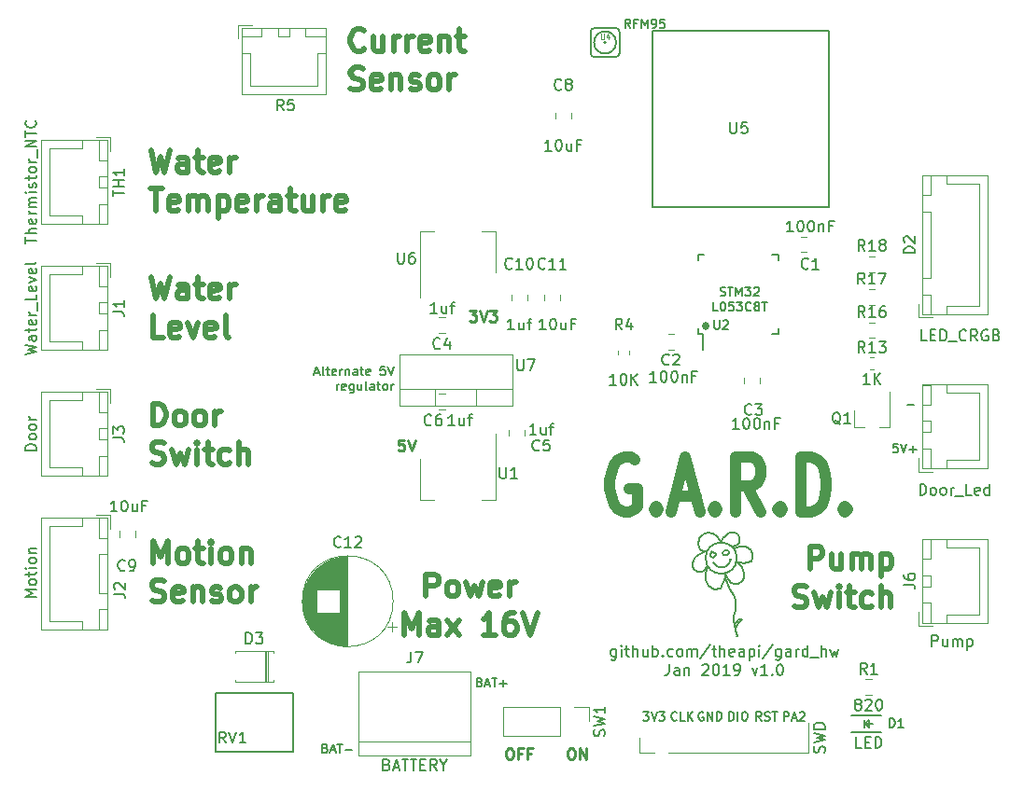
<source format=gto>
G04 #@! TF.GenerationSoftware,KiCad,Pcbnew,5.0.2-bee76a0~70~ubuntu16.04.1*
G04 #@! TF.CreationDate,2019-01-03T19:03:09+00:00*
G04 #@! TF.ProjectId,stm32l053c,73746d33-326c-4303-9533-632e6b696361,rev?*
G04 #@! TF.SameCoordinates,Original*
G04 #@! TF.FileFunction,Legend,Top*
G04 #@! TF.FilePolarity,Positive*
%FSLAX46Y46*%
G04 Gerber Fmt 4.6, Leading zero omitted, Abs format (unit mm)*
G04 Created by KiCad (PCBNEW 5.0.2-bee76a0~70~ubuntu16.04.1) date Thu 03 Jan 2019 19:03:09 GMT*
%MOMM*%
%LPD*%
G01*
G04 APERTURE LIST*
%ADD10C,0.150000*%
%ADD11C,1.000000*%
%ADD12C,0.250000*%
%ADD13C,0.500000*%
%ADD14C,0.200000*%
%ADD15C,0.120000*%
%ADD16C,0.100000*%
G04 APERTURE END LIST*
D10*
X165195238Y-88807142D02*
X165804761Y-88807142D01*
D11*
X140523809Y-93750000D02*
X140142857Y-93511904D01*
X139571428Y-93511904D01*
X139000000Y-93750000D01*
X138619047Y-94226190D01*
X138428571Y-94702380D01*
X138238095Y-95654761D01*
X138238095Y-96369047D01*
X138428571Y-97321428D01*
X138619047Y-97797619D01*
X139000000Y-98273809D01*
X139571428Y-98511904D01*
X139952380Y-98511904D01*
X140523809Y-98273809D01*
X140714285Y-98035714D01*
X140714285Y-96369047D01*
X139952380Y-96369047D01*
X142428571Y-98035714D02*
X142619047Y-98273809D01*
X142428571Y-98511904D01*
X142238095Y-98273809D01*
X142428571Y-98035714D01*
X142428571Y-98511904D01*
X144142857Y-97083333D02*
X146047619Y-97083333D01*
X143761904Y-98511904D02*
X145095238Y-93511904D01*
X146428571Y-98511904D01*
X147761904Y-98035714D02*
X147952380Y-98273809D01*
X147761904Y-98511904D01*
X147571428Y-98273809D01*
X147761904Y-98035714D01*
X147761904Y-98511904D01*
X151952380Y-98511904D02*
X150619047Y-96130952D01*
X149666666Y-98511904D02*
X149666666Y-93511904D01*
X151190476Y-93511904D01*
X151571428Y-93750000D01*
X151761904Y-93988095D01*
X151952380Y-94464285D01*
X151952380Y-95178571D01*
X151761904Y-95654761D01*
X151571428Y-95892857D01*
X151190476Y-96130952D01*
X149666666Y-96130952D01*
X153666666Y-98035714D02*
X153857142Y-98273809D01*
X153666666Y-98511904D01*
X153476190Y-98273809D01*
X153666666Y-98035714D01*
X153666666Y-98511904D01*
X155571428Y-98511904D02*
X155571428Y-93511904D01*
X156523809Y-93511904D01*
X157095238Y-93750000D01*
X157476190Y-94226190D01*
X157666666Y-94702380D01*
X157857142Y-95654761D01*
X157857142Y-96369047D01*
X157666666Y-97321428D01*
X157476190Y-97797619D01*
X157095238Y-98273809D01*
X156523809Y-98511904D01*
X155571428Y-98511904D01*
X159571428Y-98035714D02*
X159761904Y-98273809D01*
X159571428Y-98511904D01*
X159380952Y-98273809D01*
X159571428Y-98035714D01*
X159571428Y-98511904D01*
D10*
X111464404Y-85858333D02*
X111845357Y-85858333D01*
X111388214Y-86086904D02*
X111654880Y-85286904D01*
X111921547Y-86086904D01*
X112302500Y-86086904D02*
X112226309Y-86048809D01*
X112188214Y-85972619D01*
X112188214Y-85286904D01*
X112492976Y-85553571D02*
X112797738Y-85553571D01*
X112607261Y-85286904D02*
X112607261Y-85972619D01*
X112645357Y-86048809D01*
X112721547Y-86086904D01*
X112797738Y-86086904D01*
X113369166Y-86048809D02*
X113292976Y-86086904D01*
X113140595Y-86086904D01*
X113064404Y-86048809D01*
X113026309Y-85972619D01*
X113026309Y-85667857D01*
X113064404Y-85591666D01*
X113140595Y-85553571D01*
X113292976Y-85553571D01*
X113369166Y-85591666D01*
X113407261Y-85667857D01*
X113407261Y-85744047D01*
X113026309Y-85820238D01*
X113750119Y-86086904D02*
X113750119Y-85553571D01*
X113750119Y-85705952D02*
X113788214Y-85629761D01*
X113826309Y-85591666D01*
X113902500Y-85553571D01*
X113978690Y-85553571D01*
X114245357Y-85553571D02*
X114245357Y-86086904D01*
X114245357Y-85629761D02*
X114283452Y-85591666D01*
X114359642Y-85553571D01*
X114473928Y-85553571D01*
X114550119Y-85591666D01*
X114588214Y-85667857D01*
X114588214Y-86086904D01*
X115312023Y-86086904D02*
X115312023Y-85667857D01*
X115273928Y-85591666D01*
X115197738Y-85553571D01*
X115045357Y-85553571D01*
X114969166Y-85591666D01*
X115312023Y-86048809D02*
X115235833Y-86086904D01*
X115045357Y-86086904D01*
X114969166Y-86048809D01*
X114931071Y-85972619D01*
X114931071Y-85896428D01*
X114969166Y-85820238D01*
X115045357Y-85782142D01*
X115235833Y-85782142D01*
X115312023Y-85744047D01*
X115578690Y-85553571D02*
X115883452Y-85553571D01*
X115692976Y-85286904D02*
X115692976Y-85972619D01*
X115731071Y-86048809D01*
X115807261Y-86086904D01*
X115883452Y-86086904D01*
X116454880Y-86048809D02*
X116378690Y-86086904D01*
X116226309Y-86086904D01*
X116150119Y-86048809D01*
X116112023Y-85972619D01*
X116112023Y-85667857D01*
X116150119Y-85591666D01*
X116226309Y-85553571D01*
X116378690Y-85553571D01*
X116454880Y-85591666D01*
X116492976Y-85667857D01*
X116492976Y-85744047D01*
X116112023Y-85820238D01*
X117826309Y-85286904D02*
X117445357Y-85286904D01*
X117407261Y-85667857D01*
X117445357Y-85629761D01*
X117521547Y-85591666D01*
X117712023Y-85591666D01*
X117788214Y-85629761D01*
X117826309Y-85667857D01*
X117864404Y-85744047D01*
X117864404Y-85934523D01*
X117826309Y-86010714D01*
X117788214Y-86048809D01*
X117712023Y-86086904D01*
X117521547Y-86086904D01*
X117445357Y-86048809D01*
X117407261Y-86010714D01*
X118092976Y-85286904D02*
X118359642Y-86086904D01*
X118626309Y-85286904D01*
X113445357Y-87436904D02*
X113445357Y-86903571D01*
X113445357Y-87055952D02*
X113483452Y-86979761D01*
X113521547Y-86941666D01*
X113597738Y-86903571D01*
X113673928Y-86903571D01*
X114245357Y-87398809D02*
X114169166Y-87436904D01*
X114016785Y-87436904D01*
X113940595Y-87398809D01*
X113902500Y-87322619D01*
X113902500Y-87017857D01*
X113940595Y-86941666D01*
X114016785Y-86903571D01*
X114169166Y-86903571D01*
X114245357Y-86941666D01*
X114283452Y-87017857D01*
X114283452Y-87094047D01*
X113902500Y-87170238D01*
X114969166Y-86903571D02*
X114969166Y-87551190D01*
X114931071Y-87627380D01*
X114892976Y-87665476D01*
X114816785Y-87703571D01*
X114702500Y-87703571D01*
X114626309Y-87665476D01*
X114969166Y-87398809D02*
X114892976Y-87436904D01*
X114740595Y-87436904D01*
X114664404Y-87398809D01*
X114626309Y-87360714D01*
X114588214Y-87284523D01*
X114588214Y-87055952D01*
X114626309Y-86979761D01*
X114664404Y-86941666D01*
X114740595Y-86903571D01*
X114892976Y-86903571D01*
X114969166Y-86941666D01*
X115692976Y-86903571D02*
X115692976Y-87436904D01*
X115350119Y-86903571D02*
X115350119Y-87322619D01*
X115388214Y-87398809D01*
X115464404Y-87436904D01*
X115578690Y-87436904D01*
X115654880Y-87398809D01*
X115692976Y-87360714D01*
X116188214Y-87436904D02*
X116112023Y-87398809D01*
X116073928Y-87322619D01*
X116073928Y-86636904D01*
X116835833Y-87436904D02*
X116835833Y-87017857D01*
X116797738Y-86941666D01*
X116721547Y-86903571D01*
X116569166Y-86903571D01*
X116492976Y-86941666D01*
X116835833Y-87398809D02*
X116759642Y-87436904D01*
X116569166Y-87436904D01*
X116492976Y-87398809D01*
X116454880Y-87322619D01*
X116454880Y-87246428D01*
X116492976Y-87170238D01*
X116569166Y-87132142D01*
X116759642Y-87132142D01*
X116835833Y-87094047D01*
X117102500Y-86903571D02*
X117407261Y-86903571D01*
X117216785Y-86636904D02*
X117216785Y-87322619D01*
X117254880Y-87398809D01*
X117331071Y-87436904D01*
X117407261Y-87436904D01*
X117788214Y-87436904D02*
X117712023Y-87398809D01*
X117673928Y-87360714D01*
X117635833Y-87284523D01*
X117635833Y-87055952D01*
X117673928Y-86979761D01*
X117712023Y-86941666D01*
X117788214Y-86903571D01*
X117902500Y-86903571D01*
X117978690Y-86941666D01*
X118016785Y-86979761D01*
X118054880Y-87055952D01*
X118054880Y-87284523D01*
X118016785Y-87360714D01*
X117978690Y-87398809D01*
X117902500Y-87436904D01*
X117788214Y-87436904D01*
X118397738Y-87436904D02*
X118397738Y-86903571D01*
X118397738Y-87055952D02*
X118435833Y-86979761D01*
X118473928Y-86941666D01*
X118550119Y-86903571D01*
X118626309Y-86903571D01*
D12*
X125511904Y-80202380D02*
X126130952Y-80202380D01*
X125797619Y-80583333D01*
X125940476Y-80583333D01*
X126035714Y-80630952D01*
X126083333Y-80678571D01*
X126130952Y-80773809D01*
X126130952Y-81011904D01*
X126083333Y-81107142D01*
X126035714Y-81154761D01*
X125940476Y-81202380D01*
X125654761Y-81202380D01*
X125559523Y-81154761D01*
X125511904Y-81107142D01*
X126416666Y-80202380D02*
X126750000Y-81202380D01*
X127083333Y-80202380D01*
X127321428Y-80202380D02*
X127940476Y-80202380D01*
X127607142Y-80583333D01*
X127750000Y-80583333D01*
X127845238Y-80630952D01*
X127892857Y-80678571D01*
X127940476Y-80773809D01*
X127940476Y-81011904D01*
X127892857Y-81107142D01*
X127845238Y-81154761D01*
X127750000Y-81202380D01*
X127464285Y-81202380D01*
X127369047Y-81154761D01*
X127321428Y-81107142D01*
D13*
X121547619Y-106154761D02*
X121547619Y-104154761D01*
X122309523Y-104154761D01*
X122500000Y-104250000D01*
X122595238Y-104345238D01*
X122690476Y-104535714D01*
X122690476Y-104821428D01*
X122595238Y-105011904D01*
X122500000Y-105107142D01*
X122309523Y-105202380D01*
X121547619Y-105202380D01*
X123833333Y-106154761D02*
X123642857Y-106059523D01*
X123547619Y-105964285D01*
X123452380Y-105773809D01*
X123452380Y-105202380D01*
X123547619Y-105011904D01*
X123642857Y-104916666D01*
X123833333Y-104821428D01*
X124119047Y-104821428D01*
X124309523Y-104916666D01*
X124404761Y-105011904D01*
X124500000Y-105202380D01*
X124500000Y-105773809D01*
X124404761Y-105964285D01*
X124309523Y-106059523D01*
X124119047Y-106154761D01*
X123833333Y-106154761D01*
X125166666Y-104821428D02*
X125547619Y-106154761D01*
X125928571Y-105202380D01*
X126309523Y-106154761D01*
X126690476Y-104821428D01*
X128214285Y-106059523D02*
X128023809Y-106154761D01*
X127642857Y-106154761D01*
X127452380Y-106059523D01*
X127357142Y-105869047D01*
X127357142Y-105107142D01*
X127452380Y-104916666D01*
X127642857Y-104821428D01*
X128023809Y-104821428D01*
X128214285Y-104916666D01*
X128309523Y-105107142D01*
X128309523Y-105297619D01*
X127357142Y-105488095D01*
X129166666Y-106154761D02*
X129166666Y-104821428D01*
X129166666Y-105202380D02*
X129261904Y-105011904D01*
X129357142Y-104916666D01*
X129547619Y-104821428D01*
X129738095Y-104821428D01*
X119595238Y-109654761D02*
X119595238Y-107654761D01*
X120261904Y-109083333D01*
X120928571Y-107654761D01*
X120928571Y-109654761D01*
X122738095Y-109654761D02*
X122738095Y-108607142D01*
X122642857Y-108416666D01*
X122452380Y-108321428D01*
X122071428Y-108321428D01*
X121880952Y-108416666D01*
X122738095Y-109559523D02*
X122547619Y-109654761D01*
X122071428Y-109654761D01*
X121880952Y-109559523D01*
X121785714Y-109369047D01*
X121785714Y-109178571D01*
X121880952Y-108988095D01*
X122071428Y-108892857D01*
X122547619Y-108892857D01*
X122738095Y-108797619D01*
X123500000Y-109654761D02*
X124547619Y-108321428D01*
X123500000Y-108321428D02*
X124547619Y-109654761D01*
X127880952Y-109654761D02*
X126738095Y-109654761D01*
X127309523Y-109654761D02*
X127309523Y-107654761D01*
X127119047Y-107940476D01*
X126928571Y-108130952D01*
X126738095Y-108226190D01*
X129595238Y-107654761D02*
X129214285Y-107654761D01*
X129023809Y-107750000D01*
X128928571Y-107845238D01*
X128738095Y-108130952D01*
X128642857Y-108511904D01*
X128642857Y-109273809D01*
X128738095Y-109464285D01*
X128833333Y-109559523D01*
X129023809Y-109654761D01*
X129404761Y-109654761D01*
X129595238Y-109559523D01*
X129690476Y-109464285D01*
X129785714Y-109273809D01*
X129785714Y-108797619D01*
X129690476Y-108607142D01*
X129595238Y-108511904D01*
X129404761Y-108416666D01*
X129023809Y-108416666D01*
X128833333Y-108511904D01*
X128738095Y-108607142D01*
X128642857Y-108797619D01*
X130357142Y-107654761D02*
X131023809Y-109654761D01*
X131690476Y-107654761D01*
X156365476Y-103654761D02*
X156365476Y-101654761D01*
X157127380Y-101654761D01*
X157317857Y-101750000D01*
X157413095Y-101845238D01*
X157508333Y-102035714D01*
X157508333Y-102321428D01*
X157413095Y-102511904D01*
X157317857Y-102607142D01*
X157127380Y-102702380D01*
X156365476Y-102702380D01*
X159222619Y-102321428D02*
X159222619Y-103654761D01*
X158365476Y-102321428D02*
X158365476Y-103369047D01*
X158460714Y-103559523D01*
X158651190Y-103654761D01*
X158936904Y-103654761D01*
X159127380Y-103559523D01*
X159222619Y-103464285D01*
X160175000Y-103654761D02*
X160175000Y-102321428D01*
X160175000Y-102511904D02*
X160270238Y-102416666D01*
X160460714Y-102321428D01*
X160746428Y-102321428D01*
X160936904Y-102416666D01*
X161032142Y-102607142D01*
X161032142Y-103654761D01*
X161032142Y-102607142D02*
X161127380Y-102416666D01*
X161317857Y-102321428D01*
X161603571Y-102321428D01*
X161794047Y-102416666D01*
X161889285Y-102607142D01*
X161889285Y-103654761D01*
X162841666Y-102321428D02*
X162841666Y-104321428D01*
X162841666Y-102416666D02*
X163032142Y-102321428D01*
X163413095Y-102321428D01*
X163603571Y-102416666D01*
X163698809Y-102511904D01*
X163794047Y-102702380D01*
X163794047Y-103273809D01*
X163698809Y-103464285D01*
X163603571Y-103559523D01*
X163413095Y-103654761D01*
X163032142Y-103654761D01*
X162841666Y-103559523D01*
X154936904Y-107059523D02*
X155222619Y-107154761D01*
X155698809Y-107154761D01*
X155889285Y-107059523D01*
X155984523Y-106964285D01*
X156079761Y-106773809D01*
X156079761Y-106583333D01*
X155984523Y-106392857D01*
X155889285Y-106297619D01*
X155698809Y-106202380D01*
X155317857Y-106107142D01*
X155127380Y-106011904D01*
X155032142Y-105916666D01*
X154936904Y-105726190D01*
X154936904Y-105535714D01*
X155032142Y-105345238D01*
X155127380Y-105250000D01*
X155317857Y-105154761D01*
X155794047Y-105154761D01*
X156079761Y-105250000D01*
X156746428Y-105821428D02*
X157127380Y-107154761D01*
X157508333Y-106202380D01*
X157889285Y-107154761D01*
X158270238Y-105821428D01*
X159032142Y-107154761D02*
X159032142Y-105821428D01*
X159032142Y-105154761D02*
X158936904Y-105250000D01*
X159032142Y-105345238D01*
X159127380Y-105250000D01*
X159032142Y-105154761D01*
X159032142Y-105345238D01*
X159698809Y-105821428D02*
X160460714Y-105821428D01*
X159984523Y-105154761D02*
X159984523Y-106869047D01*
X160079761Y-107059523D01*
X160270238Y-107154761D01*
X160460714Y-107154761D01*
X161984523Y-107059523D02*
X161794047Y-107154761D01*
X161413095Y-107154761D01*
X161222619Y-107059523D01*
X161127380Y-106964285D01*
X161032142Y-106773809D01*
X161032142Y-106202380D01*
X161127380Y-106011904D01*
X161222619Y-105916666D01*
X161413095Y-105821428D01*
X161794047Y-105821428D01*
X161984523Y-105916666D01*
X162841666Y-107154761D02*
X162841666Y-105154761D01*
X163698809Y-107154761D02*
X163698809Y-106107142D01*
X163603571Y-105916666D01*
X163413095Y-105821428D01*
X163127380Y-105821428D01*
X162936904Y-105916666D01*
X162841666Y-106011904D01*
X115944047Y-56464285D02*
X115848809Y-56559523D01*
X115563095Y-56654761D01*
X115372619Y-56654761D01*
X115086904Y-56559523D01*
X114896428Y-56369047D01*
X114801190Y-56178571D01*
X114705952Y-55797619D01*
X114705952Y-55511904D01*
X114801190Y-55130952D01*
X114896428Y-54940476D01*
X115086904Y-54750000D01*
X115372619Y-54654761D01*
X115563095Y-54654761D01*
X115848809Y-54750000D01*
X115944047Y-54845238D01*
X117658333Y-55321428D02*
X117658333Y-56654761D01*
X116801190Y-55321428D02*
X116801190Y-56369047D01*
X116896428Y-56559523D01*
X117086904Y-56654761D01*
X117372619Y-56654761D01*
X117563095Y-56559523D01*
X117658333Y-56464285D01*
X118610714Y-56654761D02*
X118610714Y-55321428D01*
X118610714Y-55702380D02*
X118705952Y-55511904D01*
X118801190Y-55416666D01*
X118991666Y-55321428D01*
X119182142Y-55321428D01*
X119848809Y-56654761D02*
X119848809Y-55321428D01*
X119848809Y-55702380D02*
X119944047Y-55511904D01*
X120039285Y-55416666D01*
X120229761Y-55321428D01*
X120420238Y-55321428D01*
X121848809Y-56559523D02*
X121658333Y-56654761D01*
X121277380Y-56654761D01*
X121086904Y-56559523D01*
X120991666Y-56369047D01*
X120991666Y-55607142D01*
X121086904Y-55416666D01*
X121277380Y-55321428D01*
X121658333Y-55321428D01*
X121848809Y-55416666D01*
X121944047Y-55607142D01*
X121944047Y-55797619D01*
X120991666Y-55988095D01*
X122801190Y-55321428D02*
X122801190Y-56654761D01*
X122801190Y-55511904D02*
X122896428Y-55416666D01*
X123086904Y-55321428D01*
X123372619Y-55321428D01*
X123563095Y-55416666D01*
X123658333Y-55607142D01*
X123658333Y-56654761D01*
X124325000Y-55321428D02*
X125086904Y-55321428D01*
X124610714Y-54654761D02*
X124610714Y-56369047D01*
X124705952Y-56559523D01*
X124896428Y-56654761D01*
X125086904Y-56654761D01*
X114705952Y-60059523D02*
X114991666Y-60154761D01*
X115467857Y-60154761D01*
X115658333Y-60059523D01*
X115753571Y-59964285D01*
X115848809Y-59773809D01*
X115848809Y-59583333D01*
X115753571Y-59392857D01*
X115658333Y-59297619D01*
X115467857Y-59202380D01*
X115086904Y-59107142D01*
X114896428Y-59011904D01*
X114801190Y-58916666D01*
X114705952Y-58726190D01*
X114705952Y-58535714D01*
X114801190Y-58345238D01*
X114896428Y-58250000D01*
X115086904Y-58154761D01*
X115563095Y-58154761D01*
X115848809Y-58250000D01*
X117467857Y-60059523D02*
X117277380Y-60154761D01*
X116896428Y-60154761D01*
X116705952Y-60059523D01*
X116610714Y-59869047D01*
X116610714Y-59107142D01*
X116705952Y-58916666D01*
X116896428Y-58821428D01*
X117277380Y-58821428D01*
X117467857Y-58916666D01*
X117563095Y-59107142D01*
X117563095Y-59297619D01*
X116610714Y-59488095D01*
X118420238Y-58821428D02*
X118420238Y-60154761D01*
X118420238Y-59011904D02*
X118515476Y-58916666D01*
X118705952Y-58821428D01*
X118991666Y-58821428D01*
X119182142Y-58916666D01*
X119277380Y-59107142D01*
X119277380Y-60154761D01*
X120134523Y-60059523D02*
X120325000Y-60154761D01*
X120705952Y-60154761D01*
X120896428Y-60059523D01*
X120991666Y-59869047D01*
X120991666Y-59773809D01*
X120896428Y-59583333D01*
X120705952Y-59488095D01*
X120420238Y-59488095D01*
X120229761Y-59392857D01*
X120134523Y-59202380D01*
X120134523Y-59107142D01*
X120229761Y-58916666D01*
X120420238Y-58821428D01*
X120705952Y-58821428D01*
X120896428Y-58916666D01*
X122134523Y-60154761D02*
X121944047Y-60059523D01*
X121848809Y-59964285D01*
X121753571Y-59773809D01*
X121753571Y-59202380D01*
X121848809Y-59011904D01*
X121944047Y-58916666D01*
X122134523Y-58821428D01*
X122420238Y-58821428D01*
X122610714Y-58916666D01*
X122705952Y-59011904D01*
X122801190Y-59202380D01*
X122801190Y-59773809D01*
X122705952Y-59964285D01*
X122610714Y-60059523D01*
X122420238Y-60154761D01*
X122134523Y-60154761D01*
X123658333Y-60154761D02*
X123658333Y-58821428D01*
X123658333Y-59202380D02*
X123753571Y-59011904D01*
X123848809Y-58916666D01*
X124039285Y-58821428D01*
X124229761Y-58821428D01*
X96801190Y-103154761D02*
X96801190Y-101154761D01*
X97467857Y-102583333D01*
X98134523Y-101154761D01*
X98134523Y-103154761D01*
X99372619Y-103154761D02*
X99182142Y-103059523D01*
X99086904Y-102964285D01*
X98991666Y-102773809D01*
X98991666Y-102202380D01*
X99086904Y-102011904D01*
X99182142Y-101916666D01*
X99372619Y-101821428D01*
X99658333Y-101821428D01*
X99848809Y-101916666D01*
X99944047Y-102011904D01*
X100039285Y-102202380D01*
X100039285Y-102773809D01*
X99944047Y-102964285D01*
X99848809Y-103059523D01*
X99658333Y-103154761D01*
X99372619Y-103154761D01*
X100610714Y-101821428D02*
X101372619Y-101821428D01*
X100896428Y-101154761D02*
X100896428Y-102869047D01*
X100991666Y-103059523D01*
X101182142Y-103154761D01*
X101372619Y-103154761D01*
X102039285Y-103154761D02*
X102039285Y-101821428D01*
X102039285Y-101154761D02*
X101944047Y-101250000D01*
X102039285Y-101345238D01*
X102134523Y-101250000D01*
X102039285Y-101154761D01*
X102039285Y-101345238D01*
X103277380Y-103154761D02*
X103086904Y-103059523D01*
X102991666Y-102964285D01*
X102896428Y-102773809D01*
X102896428Y-102202380D01*
X102991666Y-102011904D01*
X103086904Y-101916666D01*
X103277380Y-101821428D01*
X103563095Y-101821428D01*
X103753571Y-101916666D01*
X103848809Y-102011904D01*
X103944047Y-102202380D01*
X103944047Y-102773809D01*
X103848809Y-102964285D01*
X103753571Y-103059523D01*
X103563095Y-103154761D01*
X103277380Y-103154761D01*
X104801190Y-101821428D02*
X104801190Y-103154761D01*
X104801190Y-102011904D02*
X104896428Y-101916666D01*
X105086904Y-101821428D01*
X105372619Y-101821428D01*
X105563095Y-101916666D01*
X105658333Y-102107142D01*
X105658333Y-103154761D01*
X96705952Y-106559523D02*
X96991666Y-106654761D01*
X97467857Y-106654761D01*
X97658333Y-106559523D01*
X97753571Y-106464285D01*
X97848809Y-106273809D01*
X97848809Y-106083333D01*
X97753571Y-105892857D01*
X97658333Y-105797619D01*
X97467857Y-105702380D01*
X97086904Y-105607142D01*
X96896428Y-105511904D01*
X96801190Y-105416666D01*
X96705952Y-105226190D01*
X96705952Y-105035714D01*
X96801190Y-104845238D01*
X96896428Y-104750000D01*
X97086904Y-104654761D01*
X97563095Y-104654761D01*
X97848809Y-104750000D01*
X99467857Y-106559523D02*
X99277380Y-106654761D01*
X98896428Y-106654761D01*
X98705952Y-106559523D01*
X98610714Y-106369047D01*
X98610714Y-105607142D01*
X98705952Y-105416666D01*
X98896428Y-105321428D01*
X99277380Y-105321428D01*
X99467857Y-105416666D01*
X99563095Y-105607142D01*
X99563095Y-105797619D01*
X98610714Y-105988095D01*
X100420238Y-105321428D02*
X100420238Y-106654761D01*
X100420238Y-105511904D02*
X100515476Y-105416666D01*
X100705952Y-105321428D01*
X100991666Y-105321428D01*
X101182142Y-105416666D01*
X101277380Y-105607142D01*
X101277380Y-106654761D01*
X102134523Y-106559523D02*
X102325000Y-106654761D01*
X102705952Y-106654761D01*
X102896428Y-106559523D01*
X102991666Y-106369047D01*
X102991666Y-106273809D01*
X102896428Y-106083333D01*
X102705952Y-105988095D01*
X102420238Y-105988095D01*
X102229761Y-105892857D01*
X102134523Y-105702380D01*
X102134523Y-105607142D01*
X102229761Y-105416666D01*
X102420238Y-105321428D01*
X102705952Y-105321428D01*
X102896428Y-105416666D01*
X104134523Y-106654761D02*
X103944047Y-106559523D01*
X103848809Y-106464285D01*
X103753571Y-106273809D01*
X103753571Y-105702380D01*
X103848809Y-105511904D01*
X103944047Y-105416666D01*
X104134523Y-105321428D01*
X104420238Y-105321428D01*
X104610714Y-105416666D01*
X104705952Y-105511904D01*
X104801190Y-105702380D01*
X104801190Y-106273809D01*
X104705952Y-106464285D01*
X104610714Y-106559523D01*
X104420238Y-106654761D01*
X104134523Y-106654761D01*
X105658333Y-106654761D02*
X105658333Y-105321428D01*
X105658333Y-105702380D02*
X105753571Y-105511904D01*
X105848809Y-105416666D01*
X106039285Y-105321428D01*
X106229761Y-105321428D01*
X96801190Y-90654761D02*
X96801190Y-88654761D01*
X97277380Y-88654761D01*
X97563095Y-88750000D01*
X97753571Y-88940476D01*
X97848809Y-89130952D01*
X97944047Y-89511904D01*
X97944047Y-89797619D01*
X97848809Y-90178571D01*
X97753571Y-90369047D01*
X97563095Y-90559523D01*
X97277380Y-90654761D01*
X96801190Y-90654761D01*
X99086904Y-90654761D02*
X98896428Y-90559523D01*
X98801190Y-90464285D01*
X98705952Y-90273809D01*
X98705952Y-89702380D01*
X98801190Y-89511904D01*
X98896428Y-89416666D01*
X99086904Y-89321428D01*
X99372619Y-89321428D01*
X99563095Y-89416666D01*
X99658333Y-89511904D01*
X99753571Y-89702380D01*
X99753571Y-90273809D01*
X99658333Y-90464285D01*
X99563095Y-90559523D01*
X99372619Y-90654761D01*
X99086904Y-90654761D01*
X100896428Y-90654761D02*
X100705952Y-90559523D01*
X100610714Y-90464285D01*
X100515476Y-90273809D01*
X100515476Y-89702380D01*
X100610714Y-89511904D01*
X100705952Y-89416666D01*
X100896428Y-89321428D01*
X101182142Y-89321428D01*
X101372619Y-89416666D01*
X101467857Y-89511904D01*
X101563095Y-89702380D01*
X101563095Y-90273809D01*
X101467857Y-90464285D01*
X101372619Y-90559523D01*
X101182142Y-90654761D01*
X100896428Y-90654761D01*
X102420238Y-90654761D02*
X102420238Y-89321428D01*
X102420238Y-89702380D02*
X102515476Y-89511904D01*
X102610714Y-89416666D01*
X102801190Y-89321428D01*
X102991666Y-89321428D01*
X96705952Y-94059523D02*
X96991666Y-94154761D01*
X97467857Y-94154761D01*
X97658333Y-94059523D01*
X97753571Y-93964285D01*
X97848809Y-93773809D01*
X97848809Y-93583333D01*
X97753571Y-93392857D01*
X97658333Y-93297619D01*
X97467857Y-93202380D01*
X97086904Y-93107142D01*
X96896428Y-93011904D01*
X96801190Y-92916666D01*
X96705952Y-92726190D01*
X96705952Y-92535714D01*
X96801190Y-92345238D01*
X96896428Y-92250000D01*
X97086904Y-92154761D01*
X97563095Y-92154761D01*
X97848809Y-92250000D01*
X98515476Y-92821428D02*
X98896428Y-94154761D01*
X99277380Y-93202380D01*
X99658333Y-94154761D01*
X100039285Y-92821428D01*
X100801190Y-94154761D02*
X100801190Y-92821428D01*
X100801190Y-92154761D02*
X100705952Y-92250000D01*
X100801190Y-92345238D01*
X100896428Y-92250000D01*
X100801190Y-92154761D01*
X100801190Y-92345238D01*
X101467857Y-92821428D02*
X102229761Y-92821428D01*
X101753571Y-92154761D02*
X101753571Y-93869047D01*
X101848809Y-94059523D01*
X102039285Y-94154761D01*
X102229761Y-94154761D01*
X103753571Y-94059523D02*
X103563095Y-94154761D01*
X103182142Y-94154761D01*
X102991666Y-94059523D01*
X102896428Y-93964285D01*
X102801190Y-93773809D01*
X102801190Y-93202380D01*
X102896428Y-93011904D01*
X102991666Y-92916666D01*
X103182142Y-92821428D01*
X103563095Y-92821428D01*
X103753571Y-92916666D01*
X104610714Y-94154761D02*
X104610714Y-92154761D01*
X105467857Y-94154761D02*
X105467857Y-93107142D01*
X105372619Y-92916666D01*
X105182142Y-92821428D01*
X104896428Y-92821428D01*
X104705952Y-92916666D01*
X104610714Y-93011904D01*
X96610714Y-77154761D02*
X97086904Y-79154761D01*
X97467857Y-77726190D01*
X97848809Y-79154761D01*
X98325000Y-77154761D01*
X99944047Y-79154761D02*
X99944047Y-78107142D01*
X99848809Y-77916666D01*
X99658333Y-77821428D01*
X99277380Y-77821428D01*
X99086904Y-77916666D01*
X99944047Y-79059523D02*
X99753571Y-79154761D01*
X99277380Y-79154761D01*
X99086904Y-79059523D01*
X98991666Y-78869047D01*
X98991666Y-78678571D01*
X99086904Y-78488095D01*
X99277380Y-78392857D01*
X99753571Y-78392857D01*
X99944047Y-78297619D01*
X100610714Y-77821428D02*
X101372619Y-77821428D01*
X100896428Y-77154761D02*
X100896428Y-78869047D01*
X100991666Y-79059523D01*
X101182142Y-79154761D01*
X101372619Y-79154761D01*
X102801190Y-79059523D02*
X102610714Y-79154761D01*
X102229761Y-79154761D01*
X102039285Y-79059523D01*
X101944047Y-78869047D01*
X101944047Y-78107142D01*
X102039285Y-77916666D01*
X102229761Y-77821428D01*
X102610714Y-77821428D01*
X102801190Y-77916666D01*
X102896428Y-78107142D01*
X102896428Y-78297619D01*
X101944047Y-78488095D01*
X103753571Y-79154761D02*
X103753571Y-77821428D01*
X103753571Y-78202380D02*
X103848809Y-78011904D01*
X103944047Y-77916666D01*
X104134523Y-77821428D01*
X104325000Y-77821428D01*
X97753571Y-82654761D02*
X96801190Y-82654761D01*
X96801190Y-80654761D01*
X99182142Y-82559523D02*
X98991666Y-82654761D01*
X98610714Y-82654761D01*
X98420238Y-82559523D01*
X98325000Y-82369047D01*
X98325000Y-81607142D01*
X98420238Y-81416666D01*
X98610714Y-81321428D01*
X98991666Y-81321428D01*
X99182142Y-81416666D01*
X99277380Y-81607142D01*
X99277380Y-81797619D01*
X98325000Y-81988095D01*
X99944047Y-81321428D02*
X100420238Y-82654761D01*
X100896428Y-81321428D01*
X102420238Y-82559523D02*
X102229761Y-82654761D01*
X101848809Y-82654761D01*
X101658333Y-82559523D01*
X101563095Y-82369047D01*
X101563095Y-81607142D01*
X101658333Y-81416666D01*
X101848809Y-81321428D01*
X102229761Y-81321428D01*
X102420238Y-81416666D01*
X102515476Y-81607142D01*
X102515476Y-81797619D01*
X101563095Y-81988095D01*
X103658333Y-82654761D02*
X103467857Y-82559523D01*
X103372619Y-82369047D01*
X103372619Y-80654761D01*
X96610714Y-65654761D02*
X97086904Y-67654761D01*
X97467857Y-66226190D01*
X97848809Y-67654761D01*
X98325000Y-65654761D01*
X99944047Y-67654761D02*
X99944047Y-66607142D01*
X99848809Y-66416666D01*
X99658333Y-66321428D01*
X99277380Y-66321428D01*
X99086904Y-66416666D01*
X99944047Y-67559523D02*
X99753571Y-67654761D01*
X99277380Y-67654761D01*
X99086904Y-67559523D01*
X98991666Y-67369047D01*
X98991666Y-67178571D01*
X99086904Y-66988095D01*
X99277380Y-66892857D01*
X99753571Y-66892857D01*
X99944047Y-66797619D01*
X100610714Y-66321428D02*
X101372619Y-66321428D01*
X100896428Y-65654761D02*
X100896428Y-67369047D01*
X100991666Y-67559523D01*
X101182142Y-67654761D01*
X101372619Y-67654761D01*
X102801190Y-67559523D02*
X102610714Y-67654761D01*
X102229761Y-67654761D01*
X102039285Y-67559523D01*
X101944047Y-67369047D01*
X101944047Y-66607142D01*
X102039285Y-66416666D01*
X102229761Y-66321428D01*
X102610714Y-66321428D01*
X102801190Y-66416666D01*
X102896428Y-66607142D01*
X102896428Y-66797619D01*
X101944047Y-66988095D01*
X103753571Y-67654761D02*
X103753571Y-66321428D01*
X103753571Y-66702380D02*
X103848809Y-66511904D01*
X103944047Y-66416666D01*
X104134523Y-66321428D01*
X104325000Y-66321428D01*
X96515476Y-69154761D02*
X97658333Y-69154761D01*
X97086904Y-71154761D02*
X97086904Y-69154761D01*
X99086904Y-71059523D02*
X98896428Y-71154761D01*
X98515476Y-71154761D01*
X98325000Y-71059523D01*
X98229761Y-70869047D01*
X98229761Y-70107142D01*
X98325000Y-69916666D01*
X98515476Y-69821428D01*
X98896428Y-69821428D01*
X99086904Y-69916666D01*
X99182142Y-70107142D01*
X99182142Y-70297619D01*
X98229761Y-70488095D01*
X100039285Y-71154761D02*
X100039285Y-69821428D01*
X100039285Y-70011904D02*
X100134523Y-69916666D01*
X100325000Y-69821428D01*
X100610714Y-69821428D01*
X100801190Y-69916666D01*
X100896428Y-70107142D01*
X100896428Y-71154761D01*
X100896428Y-70107142D02*
X100991666Y-69916666D01*
X101182142Y-69821428D01*
X101467857Y-69821428D01*
X101658333Y-69916666D01*
X101753571Y-70107142D01*
X101753571Y-71154761D01*
X102705952Y-69821428D02*
X102705952Y-71821428D01*
X102705952Y-69916666D02*
X102896428Y-69821428D01*
X103277380Y-69821428D01*
X103467857Y-69916666D01*
X103563095Y-70011904D01*
X103658333Y-70202380D01*
X103658333Y-70773809D01*
X103563095Y-70964285D01*
X103467857Y-71059523D01*
X103277380Y-71154761D01*
X102896428Y-71154761D01*
X102705952Y-71059523D01*
X105277380Y-71059523D02*
X105086904Y-71154761D01*
X104705952Y-71154761D01*
X104515476Y-71059523D01*
X104420238Y-70869047D01*
X104420238Y-70107142D01*
X104515476Y-69916666D01*
X104705952Y-69821428D01*
X105086904Y-69821428D01*
X105277380Y-69916666D01*
X105372619Y-70107142D01*
X105372619Y-70297619D01*
X104420238Y-70488095D01*
X106229761Y-71154761D02*
X106229761Y-69821428D01*
X106229761Y-70202380D02*
X106325000Y-70011904D01*
X106420238Y-69916666D01*
X106610714Y-69821428D01*
X106801190Y-69821428D01*
X108325000Y-71154761D02*
X108325000Y-70107142D01*
X108229761Y-69916666D01*
X108039285Y-69821428D01*
X107658333Y-69821428D01*
X107467857Y-69916666D01*
X108325000Y-71059523D02*
X108134523Y-71154761D01*
X107658333Y-71154761D01*
X107467857Y-71059523D01*
X107372619Y-70869047D01*
X107372619Y-70678571D01*
X107467857Y-70488095D01*
X107658333Y-70392857D01*
X108134523Y-70392857D01*
X108325000Y-70297619D01*
X108991666Y-69821428D02*
X109753571Y-69821428D01*
X109277380Y-69154761D02*
X109277380Y-70869047D01*
X109372619Y-71059523D01*
X109563095Y-71154761D01*
X109753571Y-71154761D01*
X111277380Y-69821428D02*
X111277380Y-71154761D01*
X110420238Y-69821428D02*
X110420238Y-70869047D01*
X110515476Y-71059523D01*
X110705952Y-71154761D01*
X110991666Y-71154761D01*
X111182142Y-71059523D01*
X111277380Y-70964285D01*
X112229761Y-71154761D02*
X112229761Y-69821428D01*
X112229761Y-70202380D02*
X112325000Y-70011904D01*
X112420238Y-69916666D01*
X112610714Y-69821428D01*
X112801190Y-69821428D01*
X114229761Y-71059523D02*
X114039285Y-71154761D01*
X113658333Y-71154761D01*
X113467857Y-71059523D01*
X113372619Y-70869047D01*
X113372619Y-70107142D01*
X113467857Y-69916666D01*
X113658333Y-69821428D01*
X114039285Y-69821428D01*
X114229761Y-69916666D01*
X114325000Y-70107142D01*
X114325000Y-70297619D01*
X113372619Y-70488095D01*
D12*
X129047619Y-119952380D02*
X129238095Y-119952380D01*
X129333333Y-120000000D01*
X129428571Y-120095238D01*
X129476190Y-120285714D01*
X129476190Y-120619047D01*
X129428571Y-120809523D01*
X129333333Y-120904761D01*
X129238095Y-120952380D01*
X129047619Y-120952380D01*
X128952380Y-120904761D01*
X128857142Y-120809523D01*
X128809523Y-120619047D01*
X128809523Y-120285714D01*
X128857142Y-120095238D01*
X128952380Y-120000000D01*
X129047619Y-119952380D01*
X130238095Y-120428571D02*
X129904761Y-120428571D01*
X129904761Y-120952380D02*
X129904761Y-119952380D01*
X130380952Y-119952380D01*
X131095238Y-120428571D02*
X130761904Y-120428571D01*
X130761904Y-120952380D02*
X130761904Y-119952380D01*
X131238095Y-119952380D01*
X134630952Y-119952380D02*
X134821428Y-119952380D01*
X134916666Y-120000000D01*
X135011904Y-120095238D01*
X135059523Y-120285714D01*
X135059523Y-120619047D01*
X135011904Y-120809523D01*
X134916666Y-120904761D01*
X134821428Y-120952380D01*
X134630952Y-120952380D01*
X134535714Y-120904761D01*
X134440476Y-120809523D01*
X134392857Y-120619047D01*
X134392857Y-120285714D01*
X134440476Y-120095238D01*
X134535714Y-120000000D01*
X134630952Y-119952380D01*
X135488095Y-120952380D02*
X135488095Y-119952380D01*
X136059523Y-120952380D01*
X136059523Y-119952380D01*
D10*
X164352380Y-92311904D02*
X163971428Y-92311904D01*
X163933333Y-92692857D01*
X163971428Y-92654761D01*
X164047619Y-92616666D01*
X164238095Y-92616666D01*
X164314285Y-92654761D01*
X164352380Y-92692857D01*
X164390476Y-92769047D01*
X164390476Y-92959523D01*
X164352380Y-93035714D01*
X164314285Y-93073809D01*
X164238095Y-93111904D01*
X164047619Y-93111904D01*
X163971428Y-93073809D01*
X163933333Y-93035714D01*
X164619047Y-92311904D02*
X164885714Y-93111904D01*
X165152380Y-92311904D01*
X165419047Y-92807142D02*
X166028571Y-92807142D01*
X165723809Y-93111904D02*
X165723809Y-92502380D01*
D12*
X119559523Y-91952380D02*
X119083333Y-91952380D01*
X119035714Y-92428571D01*
X119083333Y-92380952D01*
X119178571Y-92333333D01*
X119416666Y-92333333D01*
X119511904Y-92380952D01*
X119559523Y-92428571D01*
X119607142Y-92523809D01*
X119607142Y-92761904D01*
X119559523Y-92857142D01*
X119511904Y-92904761D01*
X119416666Y-92952380D01*
X119178571Y-92952380D01*
X119083333Y-92904761D01*
X119035714Y-92857142D01*
X119892857Y-91952380D02*
X120226190Y-92952380D01*
X120559523Y-91952380D01*
D10*
X140085714Y-54561904D02*
X139819047Y-54180952D01*
X139628571Y-54561904D02*
X139628571Y-53761904D01*
X139933333Y-53761904D01*
X140009523Y-53800000D01*
X140047619Y-53838095D01*
X140085714Y-53914285D01*
X140085714Y-54028571D01*
X140047619Y-54104761D01*
X140009523Y-54142857D01*
X139933333Y-54180952D01*
X139628571Y-54180952D01*
X140695238Y-54142857D02*
X140428571Y-54142857D01*
X140428571Y-54561904D02*
X140428571Y-53761904D01*
X140809523Y-53761904D01*
X141114285Y-54561904D02*
X141114285Y-53761904D01*
X141380952Y-54333333D01*
X141647619Y-53761904D01*
X141647619Y-54561904D01*
X142066666Y-54561904D02*
X142219047Y-54561904D01*
X142295238Y-54523809D01*
X142333333Y-54485714D01*
X142409523Y-54371428D01*
X142447619Y-54219047D01*
X142447619Y-53914285D01*
X142409523Y-53838095D01*
X142371428Y-53800000D01*
X142295238Y-53761904D01*
X142142857Y-53761904D01*
X142066666Y-53800000D01*
X142028571Y-53838095D01*
X141990476Y-53914285D01*
X141990476Y-54104761D01*
X142028571Y-54180952D01*
X142066666Y-54219047D01*
X142142857Y-54257142D01*
X142295238Y-54257142D01*
X142371428Y-54219047D01*
X142409523Y-54180952D01*
X142447619Y-54104761D01*
X143171428Y-53761904D02*
X142790476Y-53761904D01*
X142752380Y-54142857D01*
X142790476Y-54104761D01*
X142866666Y-54066666D01*
X143057142Y-54066666D01*
X143133333Y-54104761D01*
X143171428Y-54142857D01*
X143209523Y-54219047D01*
X143209523Y-54409523D01*
X143171428Y-54485714D01*
X143133333Y-54523809D01*
X143057142Y-54561904D01*
X142866666Y-54561904D01*
X142790476Y-54523809D01*
X142752380Y-54485714D01*
X148247619Y-78848809D02*
X148361904Y-78886904D01*
X148552380Y-78886904D01*
X148628571Y-78848809D01*
X148666666Y-78810714D01*
X148704761Y-78734523D01*
X148704761Y-78658333D01*
X148666666Y-78582142D01*
X148628571Y-78544047D01*
X148552380Y-78505952D01*
X148400000Y-78467857D01*
X148323809Y-78429761D01*
X148285714Y-78391666D01*
X148247619Y-78315476D01*
X148247619Y-78239285D01*
X148285714Y-78163095D01*
X148323809Y-78125000D01*
X148400000Y-78086904D01*
X148590476Y-78086904D01*
X148704761Y-78125000D01*
X148933333Y-78086904D02*
X149390476Y-78086904D01*
X149161904Y-78886904D02*
X149161904Y-78086904D01*
X149657142Y-78886904D02*
X149657142Y-78086904D01*
X149923809Y-78658333D01*
X150190476Y-78086904D01*
X150190476Y-78886904D01*
X150495238Y-78086904D02*
X150990476Y-78086904D01*
X150723809Y-78391666D01*
X150838095Y-78391666D01*
X150914285Y-78429761D01*
X150952380Y-78467857D01*
X150990476Y-78544047D01*
X150990476Y-78734523D01*
X150952380Y-78810714D01*
X150914285Y-78848809D01*
X150838095Y-78886904D01*
X150609523Y-78886904D01*
X150533333Y-78848809D01*
X150495238Y-78810714D01*
X151295238Y-78163095D02*
X151333333Y-78125000D01*
X151409523Y-78086904D01*
X151600000Y-78086904D01*
X151676190Y-78125000D01*
X151714285Y-78163095D01*
X151752380Y-78239285D01*
X151752380Y-78315476D01*
X151714285Y-78429761D01*
X151257142Y-78886904D01*
X151752380Y-78886904D01*
X148019047Y-80236904D02*
X147638095Y-80236904D01*
X147638095Y-79436904D01*
X148438095Y-79436904D02*
X148514285Y-79436904D01*
X148590476Y-79475000D01*
X148628571Y-79513095D01*
X148666666Y-79589285D01*
X148704761Y-79741666D01*
X148704761Y-79932142D01*
X148666666Y-80084523D01*
X148628571Y-80160714D01*
X148590476Y-80198809D01*
X148514285Y-80236904D01*
X148438095Y-80236904D01*
X148361904Y-80198809D01*
X148323809Y-80160714D01*
X148285714Y-80084523D01*
X148247619Y-79932142D01*
X148247619Y-79741666D01*
X148285714Y-79589285D01*
X148323809Y-79513095D01*
X148361904Y-79475000D01*
X148438095Y-79436904D01*
X149428571Y-79436904D02*
X149047619Y-79436904D01*
X149009523Y-79817857D01*
X149047619Y-79779761D01*
X149123809Y-79741666D01*
X149314285Y-79741666D01*
X149390476Y-79779761D01*
X149428571Y-79817857D01*
X149466666Y-79894047D01*
X149466666Y-80084523D01*
X149428571Y-80160714D01*
X149390476Y-80198809D01*
X149314285Y-80236904D01*
X149123809Y-80236904D01*
X149047619Y-80198809D01*
X149009523Y-80160714D01*
X149733333Y-79436904D02*
X150228571Y-79436904D01*
X149961904Y-79741666D01*
X150076190Y-79741666D01*
X150152380Y-79779761D01*
X150190476Y-79817857D01*
X150228571Y-79894047D01*
X150228571Y-80084523D01*
X150190476Y-80160714D01*
X150152380Y-80198809D01*
X150076190Y-80236904D01*
X149847619Y-80236904D01*
X149771428Y-80198809D01*
X149733333Y-80160714D01*
X151028571Y-80160714D02*
X150990476Y-80198809D01*
X150876190Y-80236904D01*
X150800000Y-80236904D01*
X150685714Y-80198809D01*
X150609523Y-80122619D01*
X150571428Y-80046428D01*
X150533333Y-79894047D01*
X150533333Y-79779761D01*
X150571428Y-79627380D01*
X150609523Y-79551190D01*
X150685714Y-79475000D01*
X150800000Y-79436904D01*
X150876190Y-79436904D01*
X150990476Y-79475000D01*
X151028571Y-79513095D01*
X151485714Y-79779761D02*
X151409523Y-79741666D01*
X151371428Y-79703571D01*
X151333333Y-79627380D01*
X151333333Y-79589285D01*
X151371428Y-79513095D01*
X151409523Y-79475000D01*
X151485714Y-79436904D01*
X151638095Y-79436904D01*
X151714285Y-79475000D01*
X151752380Y-79513095D01*
X151790476Y-79589285D01*
X151790476Y-79627380D01*
X151752380Y-79703571D01*
X151714285Y-79741666D01*
X151638095Y-79779761D01*
X151485714Y-79779761D01*
X151409523Y-79817857D01*
X151371428Y-79855952D01*
X151333333Y-79932142D01*
X151333333Y-80084523D01*
X151371428Y-80160714D01*
X151409523Y-80198809D01*
X151485714Y-80236904D01*
X151638095Y-80236904D01*
X151714285Y-80198809D01*
X151752380Y-80160714D01*
X151790476Y-80084523D01*
X151790476Y-79932142D01*
X151752380Y-79855952D01*
X151714285Y-79817857D01*
X151638095Y-79779761D01*
X152019047Y-79436904D02*
X152476190Y-79436904D01*
X152247619Y-80236904D02*
X152247619Y-79436904D01*
X126414285Y-113942857D02*
X126528571Y-113980952D01*
X126566666Y-114019047D01*
X126604761Y-114095238D01*
X126604761Y-114209523D01*
X126566666Y-114285714D01*
X126528571Y-114323809D01*
X126452380Y-114361904D01*
X126147619Y-114361904D01*
X126147619Y-113561904D01*
X126414285Y-113561904D01*
X126490476Y-113600000D01*
X126528571Y-113638095D01*
X126566666Y-113714285D01*
X126566666Y-113790476D01*
X126528571Y-113866666D01*
X126490476Y-113904761D01*
X126414285Y-113942857D01*
X126147619Y-113942857D01*
X126909523Y-114133333D02*
X127290476Y-114133333D01*
X126833333Y-114361904D02*
X127100000Y-113561904D01*
X127366666Y-114361904D01*
X127519047Y-113561904D02*
X127976190Y-113561904D01*
X127747619Y-114361904D02*
X127747619Y-113561904D01*
X128242857Y-114057142D02*
X128852380Y-114057142D01*
X128547619Y-114361904D02*
X128547619Y-113752380D01*
X112414285Y-119942857D02*
X112528571Y-119980952D01*
X112566666Y-120019047D01*
X112604761Y-120095238D01*
X112604761Y-120209523D01*
X112566666Y-120285714D01*
X112528571Y-120323809D01*
X112452380Y-120361904D01*
X112147619Y-120361904D01*
X112147619Y-119561904D01*
X112414285Y-119561904D01*
X112490476Y-119600000D01*
X112528571Y-119638095D01*
X112566666Y-119714285D01*
X112566666Y-119790476D01*
X112528571Y-119866666D01*
X112490476Y-119904761D01*
X112414285Y-119942857D01*
X112147619Y-119942857D01*
X112909523Y-120133333D02*
X113290476Y-120133333D01*
X112833333Y-120361904D02*
X113100000Y-119561904D01*
X113366666Y-120361904D01*
X113519047Y-119561904D02*
X113976190Y-119561904D01*
X113747619Y-120361904D02*
X113747619Y-119561904D01*
X114242857Y-120057142D02*
X114852380Y-120057142D01*
D13*
X146939000Y-81708714D02*
X146843761Y-81613476D01*
X146939000Y-81518238D01*
X147034238Y-81613476D01*
X146939000Y-81708714D01*
X146939000Y-81518238D01*
D14*
X138785714Y-110935714D02*
X138785714Y-111745238D01*
X138738095Y-111840476D01*
X138690476Y-111888095D01*
X138595238Y-111935714D01*
X138452380Y-111935714D01*
X138357142Y-111888095D01*
X138785714Y-111554761D02*
X138690476Y-111602380D01*
X138500000Y-111602380D01*
X138404761Y-111554761D01*
X138357142Y-111507142D01*
X138309523Y-111411904D01*
X138309523Y-111126190D01*
X138357142Y-111030952D01*
X138404761Y-110983333D01*
X138500000Y-110935714D01*
X138690476Y-110935714D01*
X138785714Y-110983333D01*
X139261904Y-111602380D02*
X139261904Y-110935714D01*
X139261904Y-110602380D02*
X139214285Y-110650000D01*
X139261904Y-110697619D01*
X139309523Y-110650000D01*
X139261904Y-110602380D01*
X139261904Y-110697619D01*
X139595238Y-110935714D02*
X139976190Y-110935714D01*
X139738095Y-110602380D02*
X139738095Y-111459523D01*
X139785714Y-111554761D01*
X139880952Y-111602380D01*
X139976190Y-111602380D01*
X140309523Y-111602380D02*
X140309523Y-110602380D01*
X140738095Y-111602380D02*
X140738095Y-111078571D01*
X140690476Y-110983333D01*
X140595238Y-110935714D01*
X140452380Y-110935714D01*
X140357142Y-110983333D01*
X140309523Y-111030952D01*
X141642857Y-110935714D02*
X141642857Y-111602380D01*
X141214285Y-110935714D02*
X141214285Y-111459523D01*
X141261904Y-111554761D01*
X141357142Y-111602380D01*
X141500000Y-111602380D01*
X141595238Y-111554761D01*
X141642857Y-111507142D01*
X142119047Y-111602380D02*
X142119047Y-110602380D01*
X142119047Y-110983333D02*
X142214285Y-110935714D01*
X142404761Y-110935714D01*
X142500000Y-110983333D01*
X142547619Y-111030952D01*
X142595238Y-111126190D01*
X142595238Y-111411904D01*
X142547619Y-111507142D01*
X142500000Y-111554761D01*
X142404761Y-111602380D01*
X142214285Y-111602380D01*
X142119047Y-111554761D01*
X143023809Y-111507142D02*
X143071428Y-111554761D01*
X143023809Y-111602380D01*
X142976190Y-111554761D01*
X143023809Y-111507142D01*
X143023809Y-111602380D01*
X143928571Y-111554761D02*
X143833333Y-111602380D01*
X143642857Y-111602380D01*
X143547619Y-111554761D01*
X143500000Y-111507142D01*
X143452380Y-111411904D01*
X143452380Y-111126190D01*
X143500000Y-111030952D01*
X143547619Y-110983333D01*
X143642857Y-110935714D01*
X143833333Y-110935714D01*
X143928571Y-110983333D01*
X144500000Y-111602380D02*
X144404761Y-111554761D01*
X144357142Y-111507142D01*
X144309523Y-111411904D01*
X144309523Y-111126190D01*
X144357142Y-111030952D01*
X144404761Y-110983333D01*
X144500000Y-110935714D01*
X144642857Y-110935714D01*
X144738095Y-110983333D01*
X144785714Y-111030952D01*
X144833333Y-111126190D01*
X144833333Y-111411904D01*
X144785714Y-111507142D01*
X144738095Y-111554761D01*
X144642857Y-111602380D01*
X144500000Y-111602380D01*
X145261904Y-111602380D02*
X145261904Y-110935714D01*
X145261904Y-111030952D02*
X145309523Y-110983333D01*
X145404761Y-110935714D01*
X145547619Y-110935714D01*
X145642857Y-110983333D01*
X145690476Y-111078571D01*
X145690476Y-111602380D01*
X145690476Y-111078571D02*
X145738095Y-110983333D01*
X145833333Y-110935714D01*
X145976190Y-110935714D01*
X146071428Y-110983333D01*
X146119047Y-111078571D01*
X146119047Y-111602380D01*
X147309523Y-110554761D02*
X146452380Y-111840476D01*
X147500000Y-110935714D02*
X147880952Y-110935714D01*
X147642857Y-110602380D02*
X147642857Y-111459523D01*
X147690476Y-111554761D01*
X147785714Y-111602380D01*
X147880952Y-111602380D01*
X148214285Y-111602380D02*
X148214285Y-110602380D01*
X148642857Y-111602380D02*
X148642857Y-111078571D01*
X148595238Y-110983333D01*
X148500000Y-110935714D01*
X148357142Y-110935714D01*
X148261904Y-110983333D01*
X148214285Y-111030952D01*
X149500000Y-111554761D02*
X149404761Y-111602380D01*
X149214285Y-111602380D01*
X149119047Y-111554761D01*
X149071428Y-111459523D01*
X149071428Y-111078571D01*
X149119047Y-110983333D01*
X149214285Y-110935714D01*
X149404761Y-110935714D01*
X149500000Y-110983333D01*
X149547619Y-111078571D01*
X149547619Y-111173809D01*
X149071428Y-111269047D01*
X150404761Y-111602380D02*
X150404761Y-111078571D01*
X150357142Y-110983333D01*
X150261904Y-110935714D01*
X150071428Y-110935714D01*
X149976190Y-110983333D01*
X150404761Y-111554761D02*
X150309523Y-111602380D01*
X150071428Y-111602380D01*
X149976190Y-111554761D01*
X149928571Y-111459523D01*
X149928571Y-111364285D01*
X149976190Y-111269047D01*
X150071428Y-111221428D01*
X150309523Y-111221428D01*
X150404761Y-111173809D01*
X150880952Y-110935714D02*
X150880952Y-111935714D01*
X150880952Y-110983333D02*
X150976190Y-110935714D01*
X151166666Y-110935714D01*
X151261904Y-110983333D01*
X151309523Y-111030952D01*
X151357142Y-111126190D01*
X151357142Y-111411904D01*
X151309523Y-111507142D01*
X151261904Y-111554761D01*
X151166666Y-111602380D01*
X150976190Y-111602380D01*
X150880952Y-111554761D01*
X151785714Y-111602380D02*
X151785714Y-110935714D01*
X151785714Y-110602380D02*
X151738095Y-110650000D01*
X151785714Y-110697619D01*
X151833333Y-110650000D01*
X151785714Y-110602380D01*
X151785714Y-110697619D01*
X152976190Y-110554761D02*
X152119047Y-111840476D01*
X153738095Y-110935714D02*
X153738095Y-111745238D01*
X153690476Y-111840476D01*
X153642857Y-111888095D01*
X153547619Y-111935714D01*
X153404761Y-111935714D01*
X153309523Y-111888095D01*
X153738095Y-111554761D02*
X153642857Y-111602380D01*
X153452380Y-111602380D01*
X153357142Y-111554761D01*
X153309523Y-111507142D01*
X153261904Y-111411904D01*
X153261904Y-111126190D01*
X153309523Y-111030952D01*
X153357142Y-110983333D01*
X153452380Y-110935714D01*
X153642857Y-110935714D01*
X153738095Y-110983333D01*
X154642857Y-111602380D02*
X154642857Y-111078571D01*
X154595238Y-110983333D01*
X154500000Y-110935714D01*
X154309523Y-110935714D01*
X154214285Y-110983333D01*
X154642857Y-111554761D02*
X154547619Y-111602380D01*
X154309523Y-111602380D01*
X154214285Y-111554761D01*
X154166666Y-111459523D01*
X154166666Y-111364285D01*
X154214285Y-111269047D01*
X154309523Y-111221428D01*
X154547619Y-111221428D01*
X154642857Y-111173809D01*
X155119047Y-111602380D02*
X155119047Y-110935714D01*
X155119047Y-111126190D02*
X155166666Y-111030952D01*
X155214285Y-110983333D01*
X155309523Y-110935714D01*
X155404761Y-110935714D01*
X156166666Y-111602380D02*
X156166666Y-110602380D01*
X156166666Y-111554761D02*
X156071428Y-111602380D01*
X155880952Y-111602380D01*
X155785714Y-111554761D01*
X155738095Y-111507142D01*
X155690476Y-111411904D01*
X155690476Y-111126190D01*
X155738095Y-111030952D01*
X155785714Y-110983333D01*
X155880952Y-110935714D01*
X156071428Y-110935714D01*
X156166666Y-110983333D01*
X156404761Y-111697619D02*
X157166666Y-111697619D01*
X157404761Y-111602380D02*
X157404761Y-110602380D01*
X157833333Y-111602380D02*
X157833333Y-111078571D01*
X157785714Y-110983333D01*
X157690476Y-110935714D01*
X157547619Y-110935714D01*
X157452380Y-110983333D01*
X157404761Y-111030952D01*
X158214285Y-110935714D02*
X158404761Y-111602380D01*
X158595238Y-111126190D01*
X158785714Y-111602380D01*
X158976190Y-110935714D01*
X143619047Y-112302380D02*
X143619047Y-113016666D01*
X143571428Y-113159523D01*
X143476190Y-113254761D01*
X143333333Y-113302380D01*
X143238095Y-113302380D01*
X144523809Y-113302380D02*
X144523809Y-112778571D01*
X144476190Y-112683333D01*
X144380952Y-112635714D01*
X144190476Y-112635714D01*
X144095238Y-112683333D01*
X144523809Y-113254761D02*
X144428571Y-113302380D01*
X144190476Y-113302380D01*
X144095238Y-113254761D01*
X144047619Y-113159523D01*
X144047619Y-113064285D01*
X144095238Y-112969047D01*
X144190476Y-112921428D01*
X144428571Y-112921428D01*
X144523809Y-112873809D01*
X145000000Y-112635714D02*
X145000000Y-113302380D01*
X145000000Y-112730952D02*
X145047619Y-112683333D01*
X145142857Y-112635714D01*
X145285714Y-112635714D01*
X145380952Y-112683333D01*
X145428571Y-112778571D01*
X145428571Y-113302380D01*
X146619047Y-112397619D02*
X146666666Y-112350000D01*
X146761904Y-112302380D01*
X147000000Y-112302380D01*
X147095238Y-112350000D01*
X147142857Y-112397619D01*
X147190476Y-112492857D01*
X147190476Y-112588095D01*
X147142857Y-112730952D01*
X146571428Y-113302380D01*
X147190476Y-113302380D01*
X147809523Y-112302380D02*
X147904761Y-112302380D01*
X148000000Y-112350000D01*
X148047619Y-112397619D01*
X148095238Y-112492857D01*
X148142857Y-112683333D01*
X148142857Y-112921428D01*
X148095238Y-113111904D01*
X148047619Y-113207142D01*
X148000000Y-113254761D01*
X147904761Y-113302380D01*
X147809523Y-113302380D01*
X147714285Y-113254761D01*
X147666666Y-113207142D01*
X147619047Y-113111904D01*
X147571428Y-112921428D01*
X147571428Y-112683333D01*
X147619047Y-112492857D01*
X147666666Y-112397619D01*
X147714285Y-112350000D01*
X147809523Y-112302380D01*
X149095238Y-113302380D02*
X148523809Y-113302380D01*
X148809523Y-113302380D02*
X148809523Y-112302380D01*
X148714285Y-112445238D01*
X148619047Y-112540476D01*
X148523809Y-112588095D01*
X149571428Y-113302380D02*
X149761904Y-113302380D01*
X149857142Y-113254761D01*
X149904761Y-113207142D01*
X150000000Y-113064285D01*
X150047619Y-112873809D01*
X150047619Y-112492857D01*
X150000000Y-112397619D01*
X149952380Y-112350000D01*
X149857142Y-112302380D01*
X149666666Y-112302380D01*
X149571428Y-112350000D01*
X149523809Y-112397619D01*
X149476190Y-112492857D01*
X149476190Y-112730952D01*
X149523809Y-112826190D01*
X149571428Y-112873809D01*
X149666666Y-112921428D01*
X149857142Y-112921428D01*
X149952380Y-112873809D01*
X150000000Y-112826190D01*
X150047619Y-112730952D01*
X151142857Y-112635714D02*
X151380952Y-113302380D01*
X151619047Y-112635714D01*
X152523809Y-113302380D02*
X151952380Y-113302380D01*
X152238095Y-113302380D02*
X152238095Y-112302380D01*
X152142857Y-112445238D01*
X152047619Y-112540476D01*
X151952380Y-112588095D01*
X152952380Y-113207142D02*
X153000000Y-113254761D01*
X152952380Y-113302380D01*
X152904761Y-113254761D01*
X152952380Y-113207142D01*
X152952380Y-113302380D01*
X153619047Y-112302380D02*
X153714285Y-112302380D01*
X153809523Y-112350000D01*
X153857142Y-112397619D01*
X153904761Y-112492857D01*
X153952380Y-112683333D01*
X153952380Y-112921428D01*
X153904761Y-113111904D01*
X153857142Y-113207142D01*
X153809523Y-113254761D01*
X153714285Y-113302380D01*
X153619047Y-113302380D01*
X153523809Y-113254761D01*
X153476190Y-113207142D01*
X153428571Y-113111904D01*
X153380952Y-112921428D01*
X153380952Y-112683333D01*
X153428571Y-112492857D01*
X153476190Y-112397619D01*
X153523809Y-112350000D01*
X153619047Y-112302380D01*
D10*
X141249523Y-116636904D02*
X141744761Y-116636904D01*
X141478095Y-116941666D01*
X141592380Y-116941666D01*
X141668571Y-116979761D01*
X141706666Y-117017857D01*
X141744761Y-117094047D01*
X141744761Y-117284523D01*
X141706666Y-117360714D01*
X141668571Y-117398809D01*
X141592380Y-117436904D01*
X141363809Y-117436904D01*
X141287619Y-117398809D01*
X141249523Y-117360714D01*
X141973333Y-116636904D02*
X142240000Y-117436904D01*
X142506666Y-116636904D01*
X142697142Y-116636904D02*
X143192380Y-116636904D01*
X142925714Y-116941666D01*
X143040000Y-116941666D01*
X143116190Y-116979761D01*
X143154285Y-117017857D01*
X143192380Y-117094047D01*
X143192380Y-117284523D01*
X143154285Y-117360714D01*
X143116190Y-117398809D01*
X143040000Y-117436904D01*
X142811428Y-117436904D01*
X142735238Y-117398809D01*
X142697142Y-117360714D01*
X146710476Y-116675000D02*
X146634285Y-116636904D01*
X146520000Y-116636904D01*
X146405714Y-116675000D01*
X146329523Y-116751190D01*
X146291428Y-116827380D01*
X146253333Y-116979761D01*
X146253333Y-117094047D01*
X146291428Y-117246428D01*
X146329523Y-117322619D01*
X146405714Y-117398809D01*
X146520000Y-117436904D01*
X146596190Y-117436904D01*
X146710476Y-117398809D01*
X146748571Y-117360714D01*
X146748571Y-117094047D01*
X146596190Y-117094047D01*
X147091428Y-117436904D02*
X147091428Y-116636904D01*
X147548571Y-117436904D01*
X147548571Y-116636904D01*
X147929523Y-117436904D02*
X147929523Y-116636904D01*
X148120000Y-116636904D01*
X148234285Y-116675000D01*
X148310476Y-116751190D01*
X148348571Y-116827380D01*
X148386666Y-116979761D01*
X148386666Y-117094047D01*
X148348571Y-117246428D01*
X148310476Y-117322619D01*
X148234285Y-117398809D01*
X148120000Y-117436904D01*
X147929523Y-117436904D01*
X144303809Y-117360714D02*
X144265714Y-117398809D01*
X144151428Y-117436904D01*
X144075238Y-117436904D01*
X143960952Y-117398809D01*
X143884761Y-117322619D01*
X143846666Y-117246428D01*
X143808571Y-117094047D01*
X143808571Y-116979761D01*
X143846666Y-116827380D01*
X143884761Y-116751190D01*
X143960952Y-116675000D01*
X144075238Y-116636904D01*
X144151428Y-116636904D01*
X144265714Y-116675000D01*
X144303809Y-116713095D01*
X145027619Y-117436904D02*
X144646666Y-117436904D01*
X144646666Y-116636904D01*
X145294285Y-117436904D02*
X145294285Y-116636904D01*
X145751428Y-117436904D02*
X145408571Y-116979761D01*
X145751428Y-116636904D02*
X145294285Y-117094047D01*
X149040952Y-117436904D02*
X149040952Y-116636904D01*
X149231428Y-116636904D01*
X149345714Y-116675000D01*
X149421904Y-116751190D01*
X149460000Y-116827380D01*
X149498095Y-116979761D01*
X149498095Y-117094047D01*
X149460000Y-117246428D01*
X149421904Y-117322619D01*
X149345714Y-117398809D01*
X149231428Y-117436904D01*
X149040952Y-117436904D01*
X149840952Y-117436904D02*
X149840952Y-116636904D01*
X150374285Y-116636904D02*
X150526666Y-116636904D01*
X150602857Y-116675000D01*
X150679047Y-116751190D01*
X150717142Y-116903571D01*
X150717142Y-117170238D01*
X150679047Y-117322619D01*
X150602857Y-117398809D01*
X150526666Y-117436904D01*
X150374285Y-117436904D01*
X150298095Y-117398809D01*
X150221904Y-117322619D01*
X150183809Y-117170238D01*
X150183809Y-116903571D01*
X150221904Y-116751190D01*
X150298095Y-116675000D01*
X150374285Y-116636904D01*
X151961904Y-117436904D02*
X151695238Y-117055952D01*
X151504761Y-117436904D02*
X151504761Y-116636904D01*
X151809523Y-116636904D01*
X151885714Y-116675000D01*
X151923809Y-116713095D01*
X151961904Y-116789285D01*
X151961904Y-116903571D01*
X151923809Y-116979761D01*
X151885714Y-117017857D01*
X151809523Y-117055952D01*
X151504761Y-117055952D01*
X152266666Y-117398809D02*
X152380952Y-117436904D01*
X152571428Y-117436904D01*
X152647619Y-117398809D01*
X152685714Y-117360714D01*
X152723809Y-117284523D01*
X152723809Y-117208333D01*
X152685714Y-117132142D01*
X152647619Y-117094047D01*
X152571428Y-117055952D01*
X152419047Y-117017857D01*
X152342857Y-116979761D01*
X152304761Y-116941666D01*
X152266666Y-116865476D01*
X152266666Y-116789285D01*
X152304761Y-116713095D01*
X152342857Y-116675000D01*
X152419047Y-116636904D01*
X152609523Y-116636904D01*
X152723809Y-116675000D01*
X152952380Y-116636904D02*
X153409523Y-116636904D01*
X153180952Y-117436904D02*
X153180952Y-116636904D01*
X154006666Y-117436904D02*
X154006666Y-116636904D01*
X154311428Y-116636904D01*
X154387619Y-116675000D01*
X154425714Y-116713095D01*
X154463809Y-116789285D01*
X154463809Y-116903571D01*
X154425714Y-116979761D01*
X154387619Y-117017857D01*
X154311428Y-117055952D01*
X154006666Y-117055952D01*
X154768571Y-117208333D02*
X155149523Y-117208333D01*
X154692380Y-117436904D02*
X154959047Y-116636904D01*
X155225714Y-117436904D01*
X155454285Y-116713095D02*
X155492380Y-116675000D01*
X155568571Y-116636904D01*
X155759047Y-116636904D01*
X155835238Y-116675000D01*
X155873333Y-116713095D01*
X155911428Y-116789285D01*
X155911428Y-116865476D01*
X155873333Y-116979761D01*
X155416190Y-117436904D01*
X155911428Y-117436904D01*
D15*
G04 #@! TO.C,U1*
X121050000Y-97430000D02*
X122310000Y-97430000D01*
X127870000Y-97430000D02*
X126610000Y-97430000D01*
X121050000Y-93670000D02*
X121050000Y-97430000D01*
X127870000Y-91420000D02*
X127870000Y-97430000D01*
G04 #@! TO.C,D2*
X166540000Y-80560000D02*
X172510000Y-80560000D01*
X172510000Y-80560000D02*
X172510000Y-67940000D01*
X172510000Y-67940000D02*
X166540000Y-67940000D01*
X166540000Y-67940000D02*
X166540000Y-80560000D01*
X166550000Y-77250000D02*
X167300000Y-77250000D01*
X167300000Y-77250000D02*
X167300000Y-71250000D01*
X167300000Y-71250000D02*
X166550000Y-71250000D01*
X166550000Y-71250000D02*
X166550000Y-77250000D01*
X166550000Y-80550000D02*
X167300000Y-80550000D01*
X167300000Y-80550000D02*
X167300000Y-78750000D01*
X167300000Y-78750000D02*
X166550000Y-78750000D01*
X166550000Y-78750000D02*
X166550000Y-80550000D01*
X166550000Y-69750000D02*
X167300000Y-69750000D01*
X167300000Y-69750000D02*
X167300000Y-67950000D01*
X167300000Y-67950000D02*
X166550000Y-67950000D01*
X166550000Y-67950000D02*
X166550000Y-69750000D01*
X168800000Y-80550000D02*
X168800000Y-79800000D01*
X168800000Y-79800000D02*
X171750000Y-79800000D01*
X171750000Y-79800000D02*
X171750000Y-74250000D01*
X168800000Y-67950000D02*
X168800000Y-68700000D01*
X168800000Y-68700000D02*
X171750000Y-68700000D01*
X171750000Y-68700000D02*
X171750000Y-74250000D01*
X166250000Y-79600000D02*
X166250000Y-80850000D01*
X166250000Y-80850000D02*
X167500000Y-80850000D01*
G04 #@! TO.C,R4*
X138990000Y-83828733D02*
X138990000Y-84171267D01*
X140010000Y-83828733D02*
X140010000Y-84171267D01*
D10*
G04 #@! TO.C,U2*
X146235000Y-82365000D02*
X146685000Y-82365000D01*
X146235000Y-75115000D02*
X146760000Y-75115000D01*
X153485000Y-75115000D02*
X152960000Y-75115000D01*
X153485000Y-82365000D02*
X152960000Y-82365000D01*
X146235000Y-82365000D02*
X146235000Y-81840000D01*
X153485000Y-82365000D02*
X153485000Y-81840000D01*
X153485000Y-75115000D02*
X153485000Y-75640000D01*
X146235000Y-75115000D02*
X146235000Y-75640000D01*
X146685000Y-82365000D02*
X146685000Y-83740000D01*
D15*
G04 #@! TO.C,P1*
X143510000Y-120310000D02*
X156270000Y-120310000D01*
X156270000Y-120310000D02*
X156270000Y-117650000D01*
X142240000Y-120310000D02*
X140910000Y-120310000D01*
X140910000Y-120310000D02*
X140910000Y-118980000D01*
D10*
G04 #@! TO.C,U5*
X158115000Y-70850000D02*
X158115000Y-54850000D01*
X158115000Y-54850000D02*
X142115000Y-54850000D01*
X142115000Y-54850000D02*
X142115000Y-70850000D01*
X142115000Y-70850000D02*
X158115000Y-70850000D01*
G04 #@! TO.C,D1*
X160100000Y-118450000D02*
X162800000Y-118450000D01*
X160100000Y-116950000D02*
X162800000Y-116950000D01*
X161600000Y-117850000D02*
X161600000Y-117600000D01*
X161600000Y-117600000D02*
X161450000Y-117750000D01*
X161350000Y-117350000D02*
X161350000Y-118050000D01*
X161700000Y-117700000D02*
X162050000Y-117700000D01*
X161350000Y-117700000D02*
X161700000Y-117350000D01*
X161700000Y-117350000D02*
X161700000Y-118050000D01*
X161700000Y-118050000D02*
X161350000Y-117700000D01*
G04 #@! TO.C,U4*
X137895000Y-55880000D02*
G75*
G03X137895000Y-55880000I-100000J0D01*
G01*
X138795000Y-55880000D02*
G75*
G03X138795000Y-55880000I-1000000J0D01*
G01*
X138795000Y-57180000D02*
X136795000Y-57180000D01*
X139095000Y-54880000D02*
X139095000Y-56880000D01*
X136795000Y-54580000D02*
X138795000Y-54580000D01*
X136495000Y-56880000D02*
X136495000Y-54880000D01*
X138795000Y-57180000D02*
G75*
G03X139095000Y-56880000I0J300000D01*
G01*
X139095000Y-54880000D02*
G75*
G03X138795000Y-54580000I-300000J0D01*
G01*
X136795000Y-54580000D02*
G75*
G03X136495000Y-54880000I0J-300000D01*
G01*
X136495000Y-56880000D02*
G75*
G03X136795000Y-57180000I300000J0D01*
G01*
D15*
G04 #@! TO.C,J1*
X92630000Y-76180000D02*
X86660000Y-76180000D01*
X86660000Y-76180000D02*
X86660000Y-83800000D01*
X86660000Y-83800000D02*
X92630000Y-83800000D01*
X92630000Y-83800000D02*
X92630000Y-76180000D01*
X92620000Y-79490000D02*
X91870000Y-79490000D01*
X91870000Y-79490000D02*
X91870000Y-80490000D01*
X91870000Y-80490000D02*
X92620000Y-80490000D01*
X92620000Y-80490000D02*
X92620000Y-79490000D01*
X92620000Y-76190000D02*
X91870000Y-76190000D01*
X91870000Y-76190000D02*
X91870000Y-77990000D01*
X91870000Y-77990000D02*
X92620000Y-77990000D01*
X92620000Y-77990000D02*
X92620000Y-76190000D01*
X92620000Y-81990000D02*
X91870000Y-81990000D01*
X91870000Y-81990000D02*
X91870000Y-83790000D01*
X91870000Y-83790000D02*
X92620000Y-83790000D01*
X92620000Y-83790000D02*
X92620000Y-81990000D01*
X90370000Y-76190000D02*
X90370000Y-76940000D01*
X90370000Y-76940000D02*
X87420000Y-76940000D01*
X87420000Y-76940000D02*
X87420000Y-79990000D01*
X90370000Y-83790000D02*
X90370000Y-83040000D01*
X90370000Y-83040000D02*
X87420000Y-83040000D01*
X87420000Y-83040000D02*
X87420000Y-79990000D01*
X92920000Y-77140000D02*
X92920000Y-75890000D01*
X92920000Y-75890000D02*
X91670000Y-75890000D01*
G04 #@! TO.C,J2*
X92630000Y-99040000D02*
X86660000Y-99040000D01*
X86660000Y-99040000D02*
X86660000Y-109160000D01*
X86660000Y-109160000D02*
X92630000Y-109160000D01*
X92630000Y-109160000D02*
X92630000Y-99040000D01*
X92620000Y-102350000D02*
X91870000Y-102350000D01*
X91870000Y-102350000D02*
X91870000Y-105850000D01*
X91870000Y-105850000D02*
X92620000Y-105850000D01*
X92620000Y-105850000D02*
X92620000Y-102350000D01*
X92620000Y-99050000D02*
X91870000Y-99050000D01*
X91870000Y-99050000D02*
X91870000Y-100850000D01*
X91870000Y-100850000D02*
X92620000Y-100850000D01*
X92620000Y-100850000D02*
X92620000Y-99050000D01*
X92620000Y-107350000D02*
X91870000Y-107350000D01*
X91870000Y-107350000D02*
X91870000Y-109150000D01*
X91870000Y-109150000D02*
X92620000Y-109150000D01*
X92620000Y-109150000D02*
X92620000Y-107350000D01*
X90370000Y-99050000D02*
X90370000Y-99800000D01*
X90370000Y-99800000D02*
X87420000Y-99800000D01*
X87420000Y-99800000D02*
X87420000Y-104100000D01*
X90370000Y-109150000D02*
X90370000Y-108400000D01*
X90370000Y-108400000D02*
X87420000Y-108400000D01*
X87420000Y-108400000D02*
X87420000Y-104100000D01*
X92920000Y-100000000D02*
X92920000Y-98750000D01*
X92920000Y-98750000D02*
X91670000Y-98750000D01*
G04 #@! TO.C,J3*
X92630000Y-87610000D02*
X86660000Y-87610000D01*
X86660000Y-87610000D02*
X86660000Y-95230000D01*
X86660000Y-95230000D02*
X92630000Y-95230000D01*
X92630000Y-95230000D02*
X92630000Y-87610000D01*
X92620000Y-90920000D02*
X91870000Y-90920000D01*
X91870000Y-90920000D02*
X91870000Y-91920000D01*
X91870000Y-91920000D02*
X92620000Y-91920000D01*
X92620000Y-91920000D02*
X92620000Y-90920000D01*
X92620000Y-87620000D02*
X91870000Y-87620000D01*
X91870000Y-87620000D02*
X91870000Y-89420000D01*
X91870000Y-89420000D02*
X92620000Y-89420000D01*
X92620000Y-89420000D02*
X92620000Y-87620000D01*
X92620000Y-93420000D02*
X91870000Y-93420000D01*
X91870000Y-93420000D02*
X91870000Y-95220000D01*
X91870000Y-95220000D02*
X92620000Y-95220000D01*
X92620000Y-95220000D02*
X92620000Y-93420000D01*
X90370000Y-87620000D02*
X90370000Y-88370000D01*
X90370000Y-88370000D02*
X87420000Y-88370000D01*
X87420000Y-88370000D02*
X87420000Y-91420000D01*
X90370000Y-95220000D02*
X90370000Y-94470000D01*
X90370000Y-94470000D02*
X87420000Y-94470000D01*
X87420000Y-94470000D02*
X87420000Y-91420000D01*
X92920000Y-88570000D02*
X92920000Y-87320000D01*
X92920000Y-87320000D02*
X91670000Y-87320000D01*
G04 #@! TO.C,J4*
X166540000Y-94560000D02*
X172510000Y-94560000D01*
X172510000Y-94560000D02*
X172510000Y-86940000D01*
X172510000Y-86940000D02*
X166540000Y-86940000D01*
X166540000Y-86940000D02*
X166540000Y-94560000D01*
X166550000Y-91250000D02*
X167300000Y-91250000D01*
X167300000Y-91250000D02*
X167300000Y-90250000D01*
X167300000Y-90250000D02*
X166550000Y-90250000D01*
X166550000Y-90250000D02*
X166550000Y-91250000D01*
X166550000Y-94550000D02*
X167300000Y-94550000D01*
X167300000Y-94550000D02*
X167300000Y-92750000D01*
X167300000Y-92750000D02*
X166550000Y-92750000D01*
X166550000Y-92750000D02*
X166550000Y-94550000D01*
X166550000Y-88750000D02*
X167300000Y-88750000D01*
X167300000Y-88750000D02*
X167300000Y-86950000D01*
X167300000Y-86950000D02*
X166550000Y-86950000D01*
X166550000Y-86950000D02*
X166550000Y-88750000D01*
X168800000Y-94550000D02*
X168800000Y-93800000D01*
X168800000Y-93800000D02*
X171750000Y-93800000D01*
X171750000Y-93800000D02*
X171750000Y-90750000D01*
X168800000Y-86950000D02*
X168800000Y-87700000D01*
X168800000Y-87700000D02*
X171750000Y-87700000D01*
X171750000Y-87700000D02*
X171750000Y-90750000D01*
X166250000Y-93600000D02*
X166250000Y-94850000D01*
X166250000Y-94850000D02*
X167500000Y-94850000D01*
G04 #@! TO.C,Q1*
X160420000Y-90760000D02*
X161350000Y-90760000D01*
X163580000Y-90760000D02*
X162650000Y-90760000D01*
X163580000Y-90760000D02*
X163580000Y-87600000D01*
X160420000Y-90760000D02*
X160420000Y-89300000D01*
G04 #@! TO.C,R13*
X161828733Y-85510000D02*
X162171267Y-85510000D01*
X161828733Y-84490000D02*
X162171267Y-84490000D01*
G04 #@! TO.C,R16*
X161738748Y-82710000D02*
X162261252Y-82710000D01*
X161738748Y-81290000D02*
X162261252Y-81290000D01*
G04 #@! TO.C,R17*
X161713748Y-78290000D02*
X162236252Y-78290000D01*
X161713748Y-79710000D02*
X162236252Y-79710000D01*
G04 #@! TO.C,R18*
X161738748Y-75290000D02*
X162261252Y-75290000D01*
X161738748Y-76710000D02*
X162261252Y-76710000D01*
G04 #@! TO.C,TH1*
X92920000Y-64460000D02*
X91670000Y-64460000D01*
X92920000Y-65710000D02*
X92920000Y-64460000D01*
X87420000Y-71610000D02*
X87420000Y-68560000D01*
X90370000Y-71610000D02*
X87420000Y-71610000D01*
X90370000Y-72360000D02*
X90370000Y-71610000D01*
X87420000Y-65510000D02*
X87420000Y-68560000D01*
X90370000Y-65510000D02*
X87420000Y-65510000D01*
X90370000Y-64760000D02*
X90370000Y-65510000D01*
X92620000Y-72360000D02*
X92620000Y-70560000D01*
X91870000Y-72360000D02*
X92620000Y-72360000D01*
X91870000Y-70560000D02*
X91870000Y-72360000D01*
X92620000Y-70560000D02*
X91870000Y-70560000D01*
X92620000Y-66560000D02*
X92620000Y-64760000D01*
X91870000Y-66560000D02*
X92620000Y-66560000D01*
X91870000Y-64760000D02*
X91870000Y-66560000D01*
X92620000Y-64760000D02*
X91870000Y-64760000D01*
X92620000Y-69060000D02*
X92620000Y-68060000D01*
X91870000Y-69060000D02*
X92620000Y-69060000D01*
X91870000Y-68060000D02*
X91870000Y-69060000D01*
X92620000Y-68060000D02*
X91870000Y-68060000D01*
X92630000Y-72370000D02*
X92630000Y-64750000D01*
X86660000Y-72370000D02*
X92630000Y-72370000D01*
X86660000Y-64750000D02*
X86660000Y-72370000D01*
X92630000Y-64750000D02*
X86660000Y-64750000D01*
G04 #@! TO.C,R1*
X161438748Y-115110000D02*
X161961252Y-115110000D01*
X161438748Y-113690000D02*
X161961252Y-113690000D01*
G04 #@! TO.C,R5*
X104830000Y-54570000D02*
X104830000Y-60540000D01*
X104830000Y-60540000D02*
X112450000Y-60540000D01*
X112450000Y-60540000D02*
X112450000Y-54570000D01*
X112450000Y-54570000D02*
X104830000Y-54570000D01*
X108140000Y-54580000D02*
X108140000Y-55330000D01*
X108140000Y-55330000D02*
X109140000Y-55330000D01*
X109140000Y-55330000D02*
X109140000Y-54580000D01*
X109140000Y-54580000D02*
X108140000Y-54580000D01*
X104840000Y-54580000D02*
X104840000Y-55330000D01*
X104840000Y-55330000D02*
X106640000Y-55330000D01*
X106640000Y-55330000D02*
X106640000Y-54580000D01*
X106640000Y-54580000D02*
X104840000Y-54580000D01*
X110640000Y-54580000D02*
X110640000Y-55330000D01*
X110640000Y-55330000D02*
X112440000Y-55330000D01*
X112440000Y-55330000D02*
X112440000Y-54580000D01*
X112440000Y-54580000D02*
X110640000Y-54580000D01*
X104840000Y-56830000D02*
X105590000Y-56830000D01*
X105590000Y-56830000D02*
X105590000Y-59780000D01*
X105590000Y-59780000D02*
X108640000Y-59780000D01*
X112440000Y-56830000D02*
X111690000Y-56830000D01*
X111690000Y-56830000D02*
X111690000Y-59780000D01*
X111690000Y-59780000D02*
X108640000Y-59780000D01*
X105790000Y-54280000D02*
X104540000Y-54280000D01*
X104540000Y-54280000D02*
X104540000Y-55530000D01*
G04 #@! TO.C,C1*
X155538748Y-73490000D02*
X156061252Y-73490000D01*
X155538748Y-74910000D02*
X156061252Y-74910000D01*
G04 #@! TO.C,C2*
X144025252Y-82348000D02*
X143502748Y-82348000D01*
X144025252Y-83768000D02*
X143502748Y-83768000D01*
G04 #@! TO.C,C3*
X151810000Y-86313748D02*
X151810000Y-86836252D01*
X150390000Y-86313748D02*
X150390000Y-86836252D01*
G04 #@! TO.C,C4*
X122738748Y-80790000D02*
X123261252Y-80790000D01*
X122738748Y-82210000D02*
X123261252Y-82210000D01*
G04 #@! TO.C,C5*
X129090000Y-91561252D02*
X129090000Y-91038748D01*
X130510000Y-91561252D02*
X130510000Y-91038748D01*
G04 #@! TO.C,C6*
X122738748Y-89210000D02*
X123261252Y-89210000D01*
X122738748Y-87790000D02*
X123261252Y-87790000D01*
G04 #@! TO.C,C8*
X133290000Y-62761252D02*
X133290000Y-62238748D01*
X134710000Y-62761252D02*
X134710000Y-62238748D01*
G04 #@! TO.C,C10*
X129290000Y-78738748D02*
X129290000Y-79261252D01*
X130710000Y-78738748D02*
X130710000Y-79261252D01*
G04 #@! TO.C,C11*
X132290000Y-78738748D02*
X132290000Y-79261252D01*
X133710000Y-78738748D02*
X133710000Y-79261252D01*
G04 #@! TO.C,J7*
X125620000Y-119340000D02*
X115460000Y-119340000D01*
X125620000Y-120610000D02*
X125620000Y-112990000D01*
X125620000Y-112990000D02*
X115460000Y-112990000D01*
X115460000Y-112990000D02*
X115460000Y-120610000D01*
X115460000Y-120610000D02*
X125620000Y-120610000D01*
G04 #@! TO.C,C12*
X118570000Y-106600000D02*
G75*
G03X118570000Y-106600000I-4120000J0D01*
G01*
X114450000Y-110680000D02*
X114450000Y-102520000D01*
X114410000Y-110680000D02*
X114410000Y-102520000D01*
X114370000Y-110680000D02*
X114370000Y-102520000D01*
X114330000Y-110679000D02*
X114330000Y-102521000D01*
X114290000Y-110677000D02*
X114290000Y-102523000D01*
X114250000Y-110676000D02*
X114250000Y-102524000D01*
X114210000Y-110674000D02*
X114210000Y-102526000D01*
X114170000Y-110671000D02*
X114170000Y-102529000D01*
X114130000Y-110668000D02*
X114130000Y-102532000D01*
X114090000Y-110665000D02*
X114090000Y-102535000D01*
X114050000Y-110661000D02*
X114050000Y-102539000D01*
X114010000Y-110657000D02*
X114010000Y-102543000D01*
X113970000Y-110652000D02*
X113970000Y-102548000D01*
X113930000Y-110648000D02*
X113930000Y-102552000D01*
X113890000Y-110642000D02*
X113890000Y-102558000D01*
X113850000Y-110637000D02*
X113850000Y-102563000D01*
X113810000Y-110630000D02*
X113810000Y-102570000D01*
X113770000Y-110624000D02*
X113770000Y-102576000D01*
X113729000Y-110617000D02*
X113729000Y-107640000D01*
X113729000Y-105560000D02*
X113729000Y-102583000D01*
X113689000Y-110610000D02*
X113689000Y-107640000D01*
X113689000Y-105560000D02*
X113689000Y-102590000D01*
X113649000Y-110602000D02*
X113649000Y-107640000D01*
X113649000Y-105560000D02*
X113649000Y-102598000D01*
X113609000Y-110594000D02*
X113609000Y-107640000D01*
X113609000Y-105560000D02*
X113609000Y-102606000D01*
X113569000Y-110585000D02*
X113569000Y-107640000D01*
X113569000Y-105560000D02*
X113569000Y-102615000D01*
X113529000Y-110576000D02*
X113529000Y-107640000D01*
X113529000Y-105560000D02*
X113529000Y-102624000D01*
X113489000Y-110567000D02*
X113489000Y-107640000D01*
X113489000Y-105560000D02*
X113489000Y-102633000D01*
X113449000Y-110557000D02*
X113449000Y-107640000D01*
X113449000Y-105560000D02*
X113449000Y-102643000D01*
X113409000Y-110547000D02*
X113409000Y-107640000D01*
X113409000Y-105560000D02*
X113409000Y-102653000D01*
X113369000Y-110536000D02*
X113369000Y-107640000D01*
X113369000Y-105560000D02*
X113369000Y-102664000D01*
X113329000Y-110525000D02*
X113329000Y-107640000D01*
X113329000Y-105560000D02*
X113329000Y-102675000D01*
X113289000Y-110514000D02*
X113289000Y-107640000D01*
X113289000Y-105560000D02*
X113289000Y-102686000D01*
X113249000Y-110502000D02*
X113249000Y-107640000D01*
X113249000Y-105560000D02*
X113249000Y-102698000D01*
X113209000Y-110489000D02*
X113209000Y-107640000D01*
X113209000Y-105560000D02*
X113209000Y-102711000D01*
X113169000Y-110477000D02*
X113169000Y-107640000D01*
X113169000Y-105560000D02*
X113169000Y-102723000D01*
X113129000Y-110463000D02*
X113129000Y-107640000D01*
X113129000Y-105560000D02*
X113129000Y-102737000D01*
X113089000Y-110450000D02*
X113089000Y-107640000D01*
X113089000Y-105560000D02*
X113089000Y-102750000D01*
X113049000Y-110435000D02*
X113049000Y-107640000D01*
X113049000Y-105560000D02*
X113049000Y-102765000D01*
X113009000Y-110421000D02*
X113009000Y-107640000D01*
X113009000Y-105560000D02*
X113009000Y-102779000D01*
X112969000Y-110405000D02*
X112969000Y-107640000D01*
X112969000Y-105560000D02*
X112969000Y-102795000D01*
X112929000Y-110390000D02*
X112929000Y-107640000D01*
X112929000Y-105560000D02*
X112929000Y-102810000D01*
X112889000Y-110374000D02*
X112889000Y-107640000D01*
X112889000Y-105560000D02*
X112889000Y-102826000D01*
X112849000Y-110357000D02*
X112849000Y-107640000D01*
X112849000Y-105560000D02*
X112849000Y-102843000D01*
X112809000Y-110340000D02*
X112809000Y-107640000D01*
X112809000Y-105560000D02*
X112809000Y-102860000D01*
X112769000Y-110322000D02*
X112769000Y-107640000D01*
X112769000Y-105560000D02*
X112769000Y-102878000D01*
X112729000Y-110304000D02*
X112729000Y-107640000D01*
X112729000Y-105560000D02*
X112729000Y-102896000D01*
X112689000Y-110286000D02*
X112689000Y-107640000D01*
X112689000Y-105560000D02*
X112689000Y-102914000D01*
X112649000Y-110266000D02*
X112649000Y-107640000D01*
X112649000Y-105560000D02*
X112649000Y-102934000D01*
X112609000Y-110247000D02*
X112609000Y-107640000D01*
X112609000Y-105560000D02*
X112609000Y-102953000D01*
X112569000Y-110227000D02*
X112569000Y-107640000D01*
X112569000Y-105560000D02*
X112569000Y-102973000D01*
X112529000Y-110206000D02*
X112529000Y-107640000D01*
X112529000Y-105560000D02*
X112529000Y-102994000D01*
X112489000Y-110184000D02*
X112489000Y-107640000D01*
X112489000Y-105560000D02*
X112489000Y-103016000D01*
X112449000Y-110162000D02*
X112449000Y-107640000D01*
X112449000Y-105560000D02*
X112449000Y-103038000D01*
X112409000Y-110140000D02*
X112409000Y-107640000D01*
X112409000Y-105560000D02*
X112409000Y-103060000D01*
X112369000Y-110117000D02*
X112369000Y-107640000D01*
X112369000Y-105560000D02*
X112369000Y-103083000D01*
X112329000Y-110093000D02*
X112329000Y-107640000D01*
X112329000Y-105560000D02*
X112329000Y-103107000D01*
X112289000Y-110069000D02*
X112289000Y-107640000D01*
X112289000Y-105560000D02*
X112289000Y-103131000D01*
X112249000Y-110044000D02*
X112249000Y-107640000D01*
X112249000Y-105560000D02*
X112249000Y-103156000D01*
X112209000Y-110018000D02*
X112209000Y-107640000D01*
X112209000Y-105560000D02*
X112209000Y-103182000D01*
X112169000Y-109992000D02*
X112169000Y-107640000D01*
X112169000Y-105560000D02*
X112169000Y-103208000D01*
X112129000Y-109965000D02*
X112129000Y-107640000D01*
X112129000Y-105560000D02*
X112129000Y-103235000D01*
X112089000Y-109938000D02*
X112089000Y-107640000D01*
X112089000Y-105560000D02*
X112089000Y-103262000D01*
X112049000Y-109909000D02*
X112049000Y-107640000D01*
X112049000Y-105560000D02*
X112049000Y-103291000D01*
X112009000Y-109880000D02*
X112009000Y-107640000D01*
X112009000Y-105560000D02*
X112009000Y-103320000D01*
X111969000Y-109850000D02*
X111969000Y-107640000D01*
X111969000Y-105560000D02*
X111969000Y-103350000D01*
X111929000Y-109820000D02*
X111929000Y-107640000D01*
X111929000Y-105560000D02*
X111929000Y-103380000D01*
X111889000Y-109789000D02*
X111889000Y-107640000D01*
X111889000Y-105560000D02*
X111889000Y-103411000D01*
X111849000Y-109756000D02*
X111849000Y-107640000D01*
X111849000Y-105560000D02*
X111849000Y-103444000D01*
X111809000Y-109724000D02*
X111809000Y-107640000D01*
X111809000Y-105560000D02*
X111809000Y-103476000D01*
X111769000Y-109690000D02*
X111769000Y-107640000D01*
X111769000Y-105560000D02*
X111769000Y-103510000D01*
X111729000Y-109655000D02*
X111729000Y-107640000D01*
X111729000Y-105560000D02*
X111729000Y-103545000D01*
X111689000Y-109619000D02*
X111689000Y-107640000D01*
X111689000Y-105560000D02*
X111689000Y-103581000D01*
X111649000Y-109583000D02*
X111649000Y-103617000D01*
X111609000Y-109545000D02*
X111609000Y-103655000D01*
X111569000Y-109507000D02*
X111569000Y-103693000D01*
X111529000Y-109467000D02*
X111529000Y-103733000D01*
X111489000Y-109426000D02*
X111489000Y-103774000D01*
X111449000Y-109384000D02*
X111449000Y-103816000D01*
X111409000Y-109341000D02*
X111409000Y-103859000D01*
X111369000Y-109297000D02*
X111369000Y-103903000D01*
X111329000Y-109251000D02*
X111329000Y-103949000D01*
X111289000Y-109204000D02*
X111289000Y-103996000D01*
X111249000Y-109156000D02*
X111249000Y-104044000D01*
X111209000Y-109105000D02*
X111209000Y-104095000D01*
X111169000Y-109054000D02*
X111169000Y-104146000D01*
X111129000Y-109000000D02*
X111129000Y-104200000D01*
X111089000Y-108945000D02*
X111089000Y-104255000D01*
X111049000Y-108887000D02*
X111049000Y-104313000D01*
X111009000Y-108828000D02*
X111009000Y-104372000D01*
X110969000Y-108766000D02*
X110969000Y-104434000D01*
X110929000Y-108702000D02*
X110929000Y-104498000D01*
X110889000Y-108634000D02*
X110889000Y-104566000D01*
X110849000Y-108564000D02*
X110849000Y-104636000D01*
X110809000Y-108490000D02*
X110809000Y-104710000D01*
X110769000Y-108413000D02*
X110769000Y-104787000D01*
X110729000Y-108331000D02*
X110729000Y-104869000D01*
X110689000Y-108245000D02*
X110689000Y-104955000D01*
X110649000Y-108152000D02*
X110649000Y-105048000D01*
X110609000Y-108053000D02*
X110609000Y-105147000D01*
X110569000Y-107946000D02*
X110569000Y-105254000D01*
X110529000Y-107829000D02*
X110529000Y-105371000D01*
X110489000Y-107698000D02*
X110489000Y-105502000D01*
X110449000Y-107548000D02*
X110449000Y-105652000D01*
X110409000Y-107368000D02*
X110409000Y-105832000D01*
X110369000Y-107133000D02*
X110369000Y-106067000D01*
X118859698Y-108915000D02*
X118059698Y-108915000D01*
X118459698Y-109315000D02*
X118459698Y-108515000D01*
G04 #@! TO.C,J6*
X166540000Y-108560000D02*
X172510000Y-108560000D01*
X172510000Y-108560000D02*
X172510000Y-100940000D01*
X172510000Y-100940000D02*
X166540000Y-100940000D01*
X166540000Y-100940000D02*
X166540000Y-108560000D01*
X166550000Y-105250000D02*
X167300000Y-105250000D01*
X167300000Y-105250000D02*
X167300000Y-104250000D01*
X167300000Y-104250000D02*
X166550000Y-104250000D01*
X166550000Y-104250000D02*
X166550000Y-105250000D01*
X166550000Y-108550000D02*
X167300000Y-108550000D01*
X167300000Y-108550000D02*
X167300000Y-106750000D01*
X167300000Y-106750000D02*
X166550000Y-106750000D01*
X166550000Y-106750000D02*
X166550000Y-108550000D01*
X166550000Y-102750000D02*
X167300000Y-102750000D01*
X167300000Y-102750000D02*
X167300000Y-100950000D01*
X167300000Y-100950000D02*
X166550000Y-100950000D01*
X166550000Y-100950000D02*
X166550000Y-102750000D01*
X168800000Y-108550000D02*
X168800000Y-107800000D01*
X168800000Y-107800000D02*
X171750000Y-107800000D01*
X171750000Y-107800000D02*
X171750000Y-104750000D01*
X168800000Y-100950000D02*
X168800000Y-101700000D01*
X168800000Y-101700000D02*
X171750000Y-101700000D01*
X171750000Y-101700000D02*
X171750000Y-104750000D01*
X166250000Y-107600000D02*
X166250000Y-108850000D01*
X166250000Y-108850000D02*
X167500000Y-108850000D01*
G04 #@! TO.C,D3*
X107680000Y-113740000D02*
X107680000Y-113920000D01*
X107680000Y-113920000D02*
X104240000Y-113920000D01*
X104240000Y-113920000D02*
X104240000Y-113740000D01*
X107680000Y-111260000D02*
X107680000Y-111080000D01*
X107680000Y-111080000D02*
X104240000Y-111080000D01*
X104240000Y-111080000D02*
X104240000Y-111260000D01*
X107080000Y-113920000D02*
X107080000Y-111080000D01*
X106960000Y-113920000D02*
X106960000Y-111080000D01*
X107200000Y-113920000D02*
X107200000Y-111080000D01*
D10*
G04 #@! TO.C,RV1*
X109500000Y-114900000D02*
X102500000Y-114900000D01*
X109500000Y-120300000D02*
X102500000Y-120300000D01*
X102500000Y-120300000D02*
X102500000Y-114900000D01*
X109500000Y-120300000D02*
X109500000Y-114900000D01*
D15*
G04 #@! TO.C,C9*
X93790000Y-100761252D02*
X93790000Y-100238748D01*
X95210000Y-100761252D02*
X95210000Y-100238748D01*
G04 #@! TO.C,SW1*
X128590000Y-116170000D02*
X128590000Y-118830000D01*
X133730000Y-116170000D02*
X128590000Y-116170000D01*
X133730000Y-118830000D02*
X128590000Y-118830000D01*
X133730000Y-116170000D02*
X133730000Y-118830000D01*
X135000000Y-116170000D02*
X136330000Y-116170000D01*
X136330000Y-116170000D02*
X136330000Y-117500000D01*
G04 #@! TO.C,U7*
X129380000Y-88870000D02*
X119140000Y-88870000D01*
X129380000Y-84229000D02*
X119140000Y-84229000D01*
X129380000Y-88870000D02*
X129380000Y-84229000D01*
X119140000Y-88870000D02*
X119140000Y-84229000D01*
X129380000Y-87360000D02*
X119140000Y-87360000D01*
X126110000Y-88870000D02*
X126110000Y-87360000D01*
X122409000Y-88870000D02*
X122409000Y-87360000D01*
D10*
G04 #@! TO.C,REF\002A\002A*
X149744214Y-102690000D02*
G75*
G03X149744214Y-102690000I-1414214J0D01*
G01*
X149620000Y-101560000D02*
X149390000Y-101670000D01*
X149810000Y-101480000D02*
X149620000Y-101560000D01*
X149960000Y-101330000D02*
X149810000Y-101480000D01*
X150000000Y-101140000D02*
X149960000Y-101330000D01*
X149960000Y-100790000D02*
X150000000Y-101140000D01*
X149810000Y-100490000D02*
X149960000Y-100790000D01*
X149430000Y-100340000D02*
X149810000Y-100490000D01*
X149050000Y-100380000D02*
X149430000Y-100340000D01*
X148700000Y-100680000D02*
X149050000Y-100380000D01*
X148470000Y-100870000D02*
X148700000Y-100680000D01*
X148320000Y-101250000D02*
X148470000Y-100870000D01*
X146990000Y-102090000D02*
X146990000Y-102130000D01*
X146910000Y-102090000D02*
X146990000Y-102090000D01*
X146680000Y-102050000D02*
X146910000Y-102090000D01*
X146420000Y-101900000D02*
X146680000Y-102050000D01*
X146230000Y-101480000D02*
X146420000Y-101900000D01*
X146340000Y-100870000D02*
X146230000Y-101480000D01*
X146640000Y-100570000D02*
X146340000Y-100870000D01*
X147060000Y-100410000D02*
X146640000Y-100570000D01*
X147640000Y-100490000D02*
X147060000Y-100410000D01*
X147980000Y-100680000D02*
X147640000Y-100490000D01*
X148320000Y-101290000D02*
X147980000Y-100680000D01*
X147030000Y-103540000D02*
X147100000Y-103540000D01*
X146760000Y-103840000D02*
X147030000Y-103540000D01*
X146570000Y-103960000D02*
X146760000Y-103840000D01*
X146190000Y-103960000D02*
X146570000Y-103960000D01*
X145840000Y-103650000D02*
X146190000Y-103960000D01*
X145770000Y-103420000D02*
X145840000Y-103650000D01*
X145770000Y-103160000D02*
X145770000Y-103420000D01*
X145840000Y-102890000D02*
X145770000Y-103160000D01*
X146000000Y-102590000D02*
X145840000Y-102890000D01*
X146420000Y-102320000D02*
X146000000Y-102590000D01*
X146950000Y-102090000D02*
X146420000Y-102320000D01*
X148660000Y-104380000D02*
X148660000Y-104110000D01*
X148590000Y-104720000D02*
X148660000Y-104380000D01*
X148470000Y-105060000D02*
X148590000Y-104720000D01*
X148250000Y-105410000D02*
X148470000Y-105060000D01*
X147670000Y-105520000D02*
X148250000Y-105410000D01*
X147180000Y-105210000D02*
X147670000Y-105520000D01*
X146910000Y-104680000D02*
X147180000Y-105210000D01*
X146950000Y-104110000D02*
X146910000Y-104680000D01*
X147100000Y-103540000D02*
X146950000Y-104110000D01*
X149810000Y-103040000D02*
X149650000Y-102970000D01*
X150040000Y-103120000D02*
X149810000Y-103040000D01*
X150380000Y-103160000D02*
X150040000Y-103120000D01*
X150680000Y-103080000D02*
X150380000Y-103160000D01*
X151030000Y-102970000D02*
X150680000Y-103080000D01*
X151180000Y-102660000D02*
X151030000Y-102970000D01*
X151180000Y-102360000D02*
X151180000Y-102660000D01*
X151100000Y-101940000D02*
X151180000Y-102360000D01*
X150570000Y-101600000D02*
X151100000Y-101940000D01*
X150070000Y-101630000D02*
X150570000Y-101600000D01*
X149430000Y-101820000D02*
X150070000Y-101630000D01*
X148820000Y-104340000D02*
X148660000Y-104110000D01*
X149050000Y-104720000D02*
X148820000Y-104340000D01*
X149240000Y-104910000D02*
X149050000Y-104720000D01*
X149540000Y-105060000D02*
X149240000Y-104910000D01*
X149880000Y-105060000D02*
X149540000Y-105060000D01*
X150230000Y-104800000D02*
X149880000Y-105060000D01*
X150420000Y-104530000D02*
X150230000Y-104800000D01*
X150420000Y-104070000D02*
X150420000Y-104530000D01*
X150190000Y-103540000D02*
X150420000Y-104070000D01*
X149770000Y-103040000D02*
X150190000Y-103540000D01*
X149240000Y-102780000D02*
X149160000Y-102850000D01*
X149120000Y-103000000D02*
X149240000Y-102780000D01*
X149010000Y-103200000D02*
X149120000Y-103000000D01*
X148780000Y-103390000D02*
X149010000Y-103200000D01*
X148630000Y-103460000D02*
X148780000Y-103390000D01*
X148470000Y-103460000D02*
X148630000Y-103460000D01*
X148320000Y-103460000D02*
X148470000Y-103460000D01*
X148130000Y-103460000D02*
X148320000Y-103460000D01*
X147980000Y-103390000D02*
X148130000Y-103460000D01*
X147640000Y-103120000D02*
X147980000Y-103390000D01*
X147780000Y-102190000D02*
X147520000Y-102130000D01*
X147890000Y-102270000D02*
X147780000Y-102190000D01*
X147870000Y-102370000D02*
X147890000Y-102270000D01*
X147750000Y-102520000D02*
X147870000Y-102370000D01*
X147600000Y-102620000D02*
X147750000Y-102520000D01*
X147450000Y-102540000D02*
X147600000Y-102620000D01*
X147350000Y-102450000D02*
X147450000Y-102540000D01*
X147370000Y-102300000D02*
X147350000Y-102450000D01*
X147490000Y-102080000D02*
X147370000Y-102300000D01*
X148910000Y-101990000D02*
X148730000Y-101950000D01*
X149000000Y-102100000D02*
X148910000Y-101990000D01*
X149030000Y-102220000D02*
X149000000Y-102100000D01*
X148910000Y-102390000D02*
X149030000Y-102220000D01*
X148730000Y-102430000D02*
X148910000Y-102390000D01*
X148570000Y-102370000D02*
X148730000Y-102430000D01*
X148470000Y-102270000D02*
X148570000Y-102370000D01*
X148560000Y-102080000D02*
X148470000Y-102270000D01*
X148710000Y-101960000D02*
X148560000Y-102080000D01*
X149760000Y-109740000D02*
X149710000Y-109740000D01*
X149650000Y-109300000D02*
X149760000Y-109740000D01*
X149430000Y-108350000D02*
X149650000Y-109300000D01*
X149430000Y-107960000D02*
X149430000Y-108350000D01*
X149590000Y-107400000D02*
X149430000Y-107960000D01*
X149590000Y-106890000D02*
X149590000Y-107400000D01*
X149590000Y-106450000D02*
X149590000Y-106890000D01*
X149430000Y-106000000D02*
X149590000Y-106450000D01*
X149150000Y-105550000D02*
X149430000Y-106000000D01*
X148700000Y-104490000D02*
X149150000Y-105550000D01*
X149790000Y-108380000D02*
X149590000Y-108620000D01*
X149910000Y-108250000D02*
X149790000Y-108380000D01*
X150230000Y-108210000D02*
X149910000Y-108250000D01*
X150050000Y-108380000D02*
X150230000Y-108210000D01*
X149880000Y-108570000D02*
X150050000Y-108380000D01*
X149760000Y-108760000D02*
X149880000Y-108570000D01*
X149620000Y-109030000D02*
X149760000Y-108760000D01*
D15*
G04 #@! TO.C,U6*
X127870000Y-73020000D02*
X126610000Y-73020000D01*
X121050000Y-73020000D02*
X122310000Y-73020000D01*
X127870000Y-76780000D02*
X127870000Y-73020000D01*
X121050000Y-79030000D02*
X121050000Y-73020000D01*
G04 #@! TO.C,U1*
D10*
X128238095Y-94452380D02*
X128238095Y-95261904D01*
X128285714Y-95357142D01*
X128333333Y-95404761D01*
X128428571Y-95452380D01*
X128619047Y-95452380D01*
X128714285Y-95404761D01*
X128761904Y-95357142D01*
X128809523Y-95261904D01*
X128809523Y-94452380D01*
X129809523Y-95452380D02*
X129238095Y-95452380D01*
X129523809Y-95452380D02*
X129523809Y-94452380D01*
X129428571Y-94595238D01*
X129333333Y-94690476D01*
X129238095Y-94738095D01*
G04 #@! TO.C,D2*
X165902380Y-74988095D02*
X164902380Y-74988095D01*
X164902380Y-74750000D01*
X164950000Y-74607142D01*
X165045238Y-74511904D01*
X165140476Y-74464285D01*
X165330952Y-74416666D01*
X165473809Y-74416666D01*
X165664285Y-74464285D01*
X165759523Y-74511904D01*
X165854761Y-74607142D01*
X165902380Y-74750000D01*
X165902380Y-74988095D01*
X164997619Y-74035714D02*
X164950000Y-73988095D01*
X164902380Y-73892857D01*
X164902380Y-73654761D01*
X164950000Y-73559523D01*
X164997619Y-73511904D01*
X165092857Y-73464285D01*
X165188095Y-73464285D01*
X165330952Y-73511904D01*
X165902380Y-74083333D01*
X165902380Y-73464285D01*
X166976190Y-82952380D02*
X166500000Y-82952380D01*
X166500000Y-81952380D01*
X167309523Y-82428571D02*
X167642857Y-82428571D01*
X167785714Y-82952380D02*
X167309523Y-82952380D01*
X167309523Y-81952380D01*
X167785714Y-81952380D01*
X168214285Y-82952380D02*
X168214285Y-81952380D01*
X168452380Y-81952380D01*
X168595238Y-82000000D01*
X168690476Y-82095238D01*
X168738095Y-82190476D01*
X168785714Y-82380952D01*
X168785714Y-82523809D01*
X168738095Y-82714285D01*
X168690476Y-82809523D01*
X168595238Y-82904761D01*
X168452380Y-82952380D01*
X168214285Y-82952380D01*
X168976190Y-83047619D02*
X169738095Y-83047619D01*
X170547619Y-82857142D02*
X170500000Y-82904761D01*
X170357142Y-82952380D01*
X170261904Y-82952380D01*
X170119047Y-82904761D01*
X170023809Y-82809523D01*
X169976190Y-82714285D01*
X169928571Y-82523809D01*
X169928571Y-82380952D01*
X169976190Y-82190476D01*
X170023809Y-82095238D01*
X170119047Y-82000000D01*
X170261904Y-81952380D01*
X170357142Y-81952380D01*
X170500000Y-82000000D01*
X170547619Y-82047619D01*
X171547619Y-82952380D02*
X171214285Y-82476190D01*
X170976190Y-82952380D02*
X170976190Y-81952380D01*
X171357142Y-81952380D01*
X171452380Y-82000000D01*
X171500000Y-82047619D01*
X171547619Y-82142857D01*
X171547619Y-82285714D01*
X171500000Y-82380952D01*
X171452380Y-82428571D01*
X171357142Y-82476190D01*
X170976190Y-82476190D01*
X172500000Y-82000000D02*
X172404761Y-81952380D01*
X172261904Y-81952380D01*
X172119047Y-82000000D01*
X172023809Y-82095238D01*
X171976190Y-82190476D01*
X171928571Y-82380952D01*
X171928571Y-82523809D01*
X171976190Y-82714285D01*
X172023809Y-82809523D01*
X172119047Y-82904761D01*
X172261904Y-82952380D01*
X172357142Y-82952380D01*
X172500000Y-82904761D01*
X172547619Y-82857142D01*
X172547619Y-82523809D01*
X172357142Y-82523809D01*
X173309523Y-82428571D02*
X173452380Y-82476190D01*
X173500000Y-82523809D01*
X173547619Y-82619047D01*
X173547619Y-82761904D01*
X173500000Y-82857142D01*
X173452380Y-82904761D01*
X173357142Y-82952380D01*
X172976190Y-82952380D01*
X172976190Y-81952380D01*
X173309523Y-81952380D01*
X173404761Y-82000000D01*
X173452380Y-82047619D01*
X173500000Y-82142857D01*
X173500000Y-82238095D01*
X173452380Y-82333333D01*
X173404761Y-82380952D01*
X173309523Y-82428571D01*
X172976190Y-82428571D01*
G04 #@! TO.C,R4*
X139333333Y-81952380D02*
X139000000Y-81476190D01*
X138761904Y-81952380D02*
X138761904Y-80952380D01*
X139142857Y-80952380D01*
X139238095Y-81000000D01*
X139285714Y-81047619D01*
X139333333Y-81142857D01*
X139333333Y-81285714D01*
X139285714Y-81380952D01*
X139238095Y-81428571D01*
X139142857Y-81476190D01*
X138761904Y-81476190D01*
X140190476Y-81285714D02*
X140190476Y-81952380D01*
X139952380Y-80904761D02*
X139714285Y-81619047D01*
X140333333Y-81619047D01*
X138809523Y-86952380D02*
X138238095Y-86952380D01*
X138523809Y-86952380D02*
X138523809Y-85952380D01*
X138428571Y-86095238D01*
X138333333Y-86190476D01*
X138238095Y-86238095D01*
X139428571Y-85952380D02*
X139523809Y-85952380D01*
X139619047Y-86000000D01*
X139666666Y-86047619D01*
X139714285Y-86142857D01*
X139761904Y-86333333D01*
X139761904Y-86571428D01*
X139714285Y-86761904D01*
X139666666Y-86857142D01*
X139619047Y-86904761D01*
X139523809Y-86952380D01*
X139428571Y-86952380D01*
X139333333Y-86904761D01*
X139285714Y-86857142D01*
X139238095Y-86761904D01*
X139190476Y-86571428D01*
X139190476Y-86333333D01*
X139238095Y-86142857D01*
X139285714Y-86047619D01*
X139333333Y-86000000D01*
X139428571Y-85952380D01*
X140190476Y-86952380D02*
X140190476Y-85952380D01*
X140761904Y-86952380D02*
X140333333Y-86380952D01*
X140761904Y-85952380D02*
X140190476Y-86523809D01*
G04 #@! TO.C,U2*
X147715476Y-81086904D02*
X147715476Y-81734523D01*
X147753571Y-81810714D01*
X147791666Y-81848809D01*
X147867857Y-81886904D01*
X148020238Y-81886904D01*
X148096428Y-81848809D01*
X148134523Y-81810714D01*
X148172619Y-81734523D01*
X148172619Y-81086904D01*
X148515476Y-81163095D02*
X148553571Y-81125000D01*
X148629761Y-81086904D01*
X148820238Y-81086904D01*
X148896428Y-81125000D01*
X148934523Y-81163095D01*
X148972619Y-81239285D01*
X148972619Y-81315476D01*
X148934523Y-81429761D01*
X148477380Y-81886904D01*
X148972619Y-81886904D01*
G04 #@! TO.C,P1*
X157674761Y-120337142D02*
X157722380Y-120194285D01*
X157722380Y-119956190D01*
X157674761Y-119860952D01*
X157627142Y-119813333D01*
X157531904Y-119765714D01*
X157436666Y-119765714D01*
X157341428Y-119813333D01*
X157293809Y-119860952D01*
X157246190Y-119956190D01*
X157198571Y-120146666D01*
X157150952Y-120241904D01*
X157103333Y-120289523D01*
X157008095Y-120337142D01*
X156912857Y-120337142D01*
X156817619Y-120289523D01*
X156770000Y-120241904D01*
X156722380Y-120146666D01*
X156722380Y-119908571D01*
X156770000Y-119765714D01*
X156722380Y-119432380D02*
X157722380Y-119194285D01*
X157008095Y-119003809D01*
X157722380Y-118813333D01*
X156722380Y-118575238D01*
X157722380Y-118194285D02*
X156722380Y-118194285D01*
X156722380Y-117956190D01*
X156770000Y-117813333D01*
X156865238Y-117718095D01*
X156960476Y-117670476D01*
X157150952Y-117622857D01*
X157293809Y-117622857D01*
X157484285Y-117670476D01*
X157579523Y-117718095D01*
X157674761Y-117813333D01*
X157722380Y-117956190D01*
X157722380Y-118194285D01*
G04 #@! TO.C,U5*
X149138095Y-63112380D02*
X149138095Y-63921904D01*
X149185714Y-64017142D01*
X149233333Y-64064761D01*
X149328571Y-64112380D01*
X149519047Y-64112380D01*
X149614285Y-64064761D01*
X149661904Y-64017142D01*
X149709523Y-63921904D01*
X149709523Y-63112380D01*
X150661904Y-63112380D02*
X150185714Y-63112380D01*
X150138095Y-63588571D01*
X150185714Y-63540952D01*
X150280952Y-63493333D01*
X150519047Y-63493333D01*
X150614285Y-63540952D01*
X150661904Y-63588571D01*
X150709523Y-63683809D01*
X150709523Y-63921904D01*
X150661904Y-64017142D01*
X150614285Y-64064761D01*
X150519047Y-64112380D01*
X150280952Y-64112380D01*
X150185714Y-64064761D01*
X150138095Y-64017142D01*
G04 #@! TO.C,D1*
X163629523Y-118041904D02*
X163629523Y-117241904D01*
X163820000Y-117241904D01*
X163934285Y-117280000D01*
X164010476Y-117356190D01*
X164048571Y-117432380D01*
X164086666Y-117584761D01*
X164086666Y-117699047D01*
X164048571Y-117851428D01*
X164010476Y-117927619D01*
X163934285Y-118003809D01*
X163820000Y-118041904D01*
X163629523Y-118041904D01*
X164848571Y-118041904D02*
X164391428Y-118041904D01*
X164620000Y-118041904D02*
X164620000Y-117241904D01*
X164543809Y-117356190D01*
X164467619Y-117432380D01*
X164391428Y-117470476D01*
X161057142Y-119902380D02*
X160580952Y-119902380D01*
X160580952Y-118902380D01*
X161390476Y-119378571D02*
X161723809Y-119378571D01*
X161866666Y-119902380D02*
X161390476Y-119902380D01*
X161390476Y-118902380D01*
X161866666Y-118902380D01*
X162295238Y-119902380D02*
X162295238Y-118902380D01*
X162533333Y-118902380D01*
X162676190Y-118950000D01*
X162771428Y-119045238D01*
X162819047Y-119140476D01*
X162866666Y-119330952D01*
X162866666Y-119473809D01*
X162819047Y-119664285D01*
X162771428Y-119759523D01*
X162676190Y-119854761D01*
X162533333Y-119902380D01*
X162295238Y-119902380D01*
G04 #@! TO.C,U4*
D16*
X137414047Y-55098190D02*
X137414047Y-55502952D01*
X137437857Y-55550571D01*
X137461666Y-55574380D01*
X137509285Y-55598190D01*
X137604523Y-55598190D01*
X137652142Y-55574380D01*
X137675952Y-55550571D01*
X137699761Y-55502952D01*
X137699761Y-55098190D01*
X138152142Y-55264857D02*
X138152142Y-55598190D01*
X138033095Y-55074380D02*
X137914047Y-55431523D01*
X138223571Y-55431523D01*
G04 #@! TO.C,J1*
D10*
X93172380Y-80323333D02*
X93886666Y-80323333D01*
X94029523Y-80370952D01*
X94124761Y-80466190D01*
X94172380Y-80609047D01*
X94172380Y-80704285D01*
X94172380Y-79323333D02*
X94172380Y-79894761D01*
X94172380Y-79609047D02*
X93172380Y-79609047D01*
X93315238Y-79704285D01*
X93410476Y-79799523D01*
X93458095Y-79894761D01*
X85202380Y-84180476D02*
X86202380Y-83942380D01*
X85488095Y-83751904D01*
X86202380Y-83561428D01*
X85202380Y-83323333D01*
X86202380Y-82513809D02*
X85678571Y-82513809D01*
X85583333Y-82561428D01*
X85535714Y-82656666D01*
X85535714Y-82847142D01*
X85583333Y-82942380D01*
X86154761Y-82513809D02*
X86202380Y-82609047D01*
X86202380Y-82847142D01*
X86154761Y-82942380D01*
X86059523Y-82990000D01*
X85964285Y-82990000D01*
X85869047Y-82942380D01*
X85821428Y-82847142D01*
X85821428Y-82609047D01*
X85773809Y-82513809D01*
X85535714Y-82180476D02*
X85535714Y-81799523D01*
X85202380Y-82037619D02*
X86059523Y-82037619D01*
X86154761Y-81990000D01*
X86202380Y-81894761D01*
X86202380Y-81799523D01*
X86154761Y-81085238D02*
X86202380Y-81180476D01*
X86202380Y-81370952D01*
X86154761Y-81466190D01*
X86059523Y-81513809D01*
X85678571Y-81513809D01*
X85583333Y-81466190D01*
X85535714Y-81370952D01*
X85535714Y-81180476D01*
X85583333Y-81085238D01*
X85678571Y-81037619D01*
X85773809Y-81037619D01*
X85869047Y-81513809D01*
X86202380Y-80609047D02*
X85535714Y-80609047D01*
X85726190Y-80609047D02*
X85630952Y-80561428D01*
X85583333Y-80513809D01*
X85535714Y-80418571D01*
X85535714Y-80323333D01*
X86297619Y-80228095D02*
X86297619Y-79466190D01*
X86202380Y-78751904D02*
X86202380Y-79228095D01*
X85202380Y-79228095D01*
X86154761Y-78037619D02*
X86202380Y-78132857D01*
X86202380Y-78323333D01*
X86154761Y-78418571D01*
X86059523Y-78466190D01*
X85678571Y-78466190D01*
X85583333Y-78418571D01*
X85535714Y-78323333D01*
X85535714Y-78132857D01*
X85583333Y-78037619D01*
X85678571Y-77990000D01*
X85773809Y-77990000D01*
X85869047Y-78466190D01*
X85535714Y-77656666D02*
X86202380Y-77418571D01*
X85535714Y-77180476D01*
X86154761Y-76418571D02*
X86202380Y-76513809D01*
X86202380Y-76704285D01*
X86154761Y-76799523D01*
X86059523Y-76847142D01*
X85678571Y-76847142D01*
X85583333Y-76799523D01*
X85535714Y-76704285D01*
X85535714Y-76513809D01*
X85583333Y-76418571D01*
X85678571Y-76370952D01*
X85773809Y-76370952D01*
X85869047Y-76847142D01*
X86202380Y-75799523D02*
X86154761Y-75894761D01*
X86059523Y-75942380D01*
X85202380Y-75942380D01*
G04 #@! TO.C,J2*
X93252380Y-105933333D02*
X93966666Y-105933333D01*
X94109523Y-105980952D01*
X94204761Y-106076190D01*
X94252380Y-106219047D01*
X94252380Y-106314285D01*
X93347619Y-105504761D02*
X93300000Y-105457142D01*
X93252380Y-105361904D01*
X93252380Y-105123809D01*
X93300000Y-105028571D01*
X93347619Y-104980952D01*
X93442857Y-104933333D01*
X93538095Y-104933333D01*
X93680952Y-104980952D01*
X94252380Y-105552380D01*
X94252380Y-104933333D01*
X86202380Y-106214285D02*
X85202380Y-106214285D01*
X85916666Y-105880952D01*
X85202380Y-105547619D01*
X86202380Y-105547619D01*
X86202380Y-104928571D02*
X86154761Y-105023809D01*
X86107142Y-105071428D01*
X86011904Y-105119047D01*
X85726190Y-105119047D01*
X85630952Y-105071428D01*
X85583333Y-105023809D01*
X85535714Y-104928571D01*
X85535714Y-104785714D01*
X85583333Y-104690476D01*
X85630952Y-104642857D01*
X85726190Y-104595238D01*
X86011904Y-104595238D01*
X86107142Y-104642857D01*
X86154761Y-104690476D01*
X86202380Y-104785714D01*
X86202380Y-104928571D01*
X85535714Y-104309523D02*
X85535714Y-103928571D01*
X85202380Y-104166666D02*
X86059523Y-104166666D01*
X86154761Y-104119047D01*
X86202380Y-104023809D01*
X86202380Y-103928571D01*
X86202380Y-103595238D02*
X85535714Y-103595238D01*
X85202380Y-103595238D02*
X85250000Y-103642857D01*
X85297619Y-103595238D01*
X85250000Y-103547619D01*
X85202380Y-103595238D01*
X85297619Y-103595238D01*
X86202380Y-102976190D02*
X86154761Y-103071428D01*
X86107142Y-103119047D01*
X86011904Y-103166666D01*
X85726190Y-103166666D01*
X85630952Y-103119047D01*
X85583333Y-103071428D01*
X85535714Y-102976190D01*
X85535714Y-102833333D01*
X85583333Y-102738095D01*
X85630952Y-102690476D01*
X85726190Y-102642857D01*
X86011904Y-102642857D01*
X86107142Y-102690476D01*
X86154761Y-102738095D01*
X86202380Y-102833333D01*
X86202380Y-102976190D01*
X85535714Y-102214285D02*
X86202380Y-102214285D01*
X85630952Y-102214285D02*
X85583333Y-102166666D01*
X85535714Y-102071428D01*
X85535714Y-101928571D01*
X85583333Y-101833333D01*
X85678571Y-101785714D01*
X86202380Y-101785714D01*
G04 #@! TO.C,J3*
X93172380Y-91753333D02*
X93886666Y-91753333D01*
X94029523Y-91800952D01*
X94124761Y-91896190D01*
X94172380Y-92039047D01*
X94172380Y-92134285D01*
X93172380Y-91372380D02*
X93172380Y-90753333D01*
X93553333Y-91086666D01*
X93553333Y-90943809D01*
X93600952Y-90848571D01*
X93648571Y-90800952D01*
X93743809Y-90753333D01*
X93981904Y-90753333D01*
X94077142Y-90800952D01*
X94124761Y-90848571D01*
X94172380Y-90943809D01*
X94172380Y-91229523D01*
X94124761Y-91324761D01*
X94077142Y-91372380D01*
X86202380Y-92896190D02*
X85202380Y-92896190D01*
X85202380Y-92658095D01*
X85250000Y-92515238D01*
X85345238Y-92420000D01*
X85440476Y-92372380D01*
X85630952Y-92324761D01*
X85773809Y-92324761D01*
X85964285Y-92372380D01*
X86059523Y-92420000D01*
X86154761Y-92515238D01*
X86202380Y-92658095D01*
X86202380Y-92896190D01*
X86202380Y-91753333D02*
X86154761Y-91848571D01*
X86107142Y-91896190D01*
X86011904Y-91943809D01*
X85726190Y-91943809D01*
X85630952Y-91896190D01*
X85583333Y-91848571D01*
X85535714Y-91753333D01*
X85535714Y-91610476D01*
X85583333Y-91515238D01*
X85630952Y-91467619D01*
X85726190Y-91420000D01*
X86011904Y-91420000D01*
X86107142Y-91467619D01*
X86154761Y-91515238D01*
X86202380Y-91610476D01*
X86202380Y-91753333D01*
X86202380Y-90848571D02*
X86154761Y-90943809D01*
X86107142Y-90991428D01*
X86011904Y-91039047D01*
X85726190Y-91039047D01*
X85630952Y-90991428D01*
X85583333Y-90943809D01*
X85535714Y-90848571D01*
X85535714Y-90705714D01*
X85583333Y-90610476D01*
X85630952Y-90562857D01*
X85726190Y-90515238D01*
X86011904Y-90515238D01*
X86107142Y-90562857D01*
X86154761Y-90610476D01*
X86202380Y-90705714D01*
X86202380Y-90848571D01*
X86202380Y-90086666D02*
X85535714Y-90086666D01*
X85726190Y-90086666D02*
X85630952Y-90039047D01*
X85583333Y-89991428D01*
X85535714Y-89896190D01*
X85535714Y-89800952D01*
G04 #@! TO.C,J4*
X166357142Y-96952380D02*
X166357142Y-95952380D01*
X166595238Y-95952380D01*
X166738095Y-96000000D01*
X166833333Y-96095238D01*
X166880952Y-96190476D01*
X166928571Y-96380952D01*
X166928571Y-96523809D01*
X166880952Y-96714285D01*
X166833333Y-96809523D01*
X166738095Y-96904761D01*
X166595238Y-96952380D01*
X166357142Y-96952380D01*
X167500000Y-96952380D02*
X167404761Y-96904761D01*
X167357142Y-96857142D01*
X167309523Y-96761904D01*
X167309523Y-96476190D01*
X167357142Y-96380952D01*
X167404761Y-96333333D01*
X167500000Y-96285714D01*
X167642857Y-96285714D01*
X167738095Y-96333333D01*
X167785714Y-96380952D01*
X167833333Y-96476190D01*
X167833333Y-96761904D01*
X167785714Y-96857142D01*
X167738095Y-96904761D01*
X167642857Y-96952380D01*
X167500000Y-96952380D01*
X168404761Y-96952380D02*
X168309523Y-96904761D01*
X168261904Y-96857142D01*
X168214285Y-96761904D01*
X168214285Y-96476190D01*
X168261904Y-96380952D01*
X168309523Y-96333333D01*
X168404761Y-96285714D01*
X168547619Y-96285714D01*
X168642857Y-96333333D01*
X168690476Y-96380952D01*
X168738095Y-96476190D01*
X168738095Y-96761904D01*
X168690476Y-96857142D01*
X168642857Y-96904761D01*
X168547619Y-96952380D01*
X168404761Y-96952380D01*
X169166666Y-96952380D02*
X169166666Y-96285714D01*
X169166666Y-96476190D02*
X169214285Y-96380952D01*
X169261904Y-96333333D01*
X169357142Y-96285714D01*
X169452380Y-96285714D01*
X169547619Y-97047619D02*
X170309523Y-97047619D01*
X171023809Y-96952380D02*
X170547619Y-96952380D01*
X170547619Y-95952380D01*
X171738095Y-96904761D02*
X171642857Y-96952380D01*
X171452380Y-96952380D01*
X171357142Y-96904761D01*
X171309523Y-96809523D01*
X171309523Y-96428571D01*
X171357142Y-96333333D01*
X171452380Y-96285714D01*
X171642857Y-96285714D01*
X171738095Y-96333333D01*
X171785714Y-96428571D01*
X171785714Y-96523809D01*
X171309523Y-96619047D01*
X172642857Y-96952380D02*
X172642857Y-95952380D01*
X172642857Y-96904761D02*
X172547619Y-96952380D01*
X172357142Y-96952380D01*
X172261904Y-96904761D01*
X172214285Y-96857142D01*
X172166666Y-96761904D01*
X172166666Y-96476190D01*
X172214285Y-96380952D01*
X172261904Y-96333333D01*
X172357142Y-96285714D01*
X172547619Y-96285714D01*
X172642857Y-96333333D01*
G04 #@! TO.C,Q1*
X159154761Y-90547619D02*
X159059523Y-90500000D01*
X158964285Y-90404761D01*
X158821428Y-90261904D01*
X158726190Y-90214285D01*
X158630952Y-90214285D01*
X158678571Y-90452380D02*
X158583333Y-90404761D01*
X158488095Y-90309523D01*
X158440476Y-90119047D01*
X158440476Y-89785714D01*
X158488095Y-89595238D01*
X158583333Y-89500000D01*
X158678571Y-89452380D01*
X158869047Y-89452380D01*
X158964285Y-89500000D01*
X159059523Y-89595238D01*
X159107142Y-89785714D01*
X159107142Y-90119047D01*
X159059523Y-90309523D01*
X158964285Y-90404761D01*
X158869047Y-90452380D01*
X158678571Y-90452380D01*
X160059523Y-90452380D02*
X159488095Y-90452380D01*
X159773809Y-90452380D02*
X159773809Y-89452380D01*
X159678571Y-89595238D01*
X159583333Y-89690476D01*
X159488095Y-89738095D01*
G04 #@! TO.C,R13*
X161357142Y-84022380D02*
X161023809Y-83546190D01*
X160785714Y-84022380D02*
X160785714Y-83022380D01*
X161166666Y-83022380D01*
X161261904Y-83070000D01*
X161309523Y-83117619D01*
X161357142Y-83212857D01*
X161357142Y-83355714D01*
X161309523Y-83450952D01*
X161261904Y-83498571D01*
X161166666Y-83546190D01*
X160785714Y-83546190D01*
X162309523Y-84022380D02*
X161738095Y-84022380D01*
X162023809Y-84022380D02*
X162023809Y-83022380D01*
X161928571Y-83165238D01*
X161833333Y-83260476D01*
X161738095Y-83308095D01*
X162642857Y-83022380D02*
X163261904Y-83022380D01*
X162928571Y-83403333D01*
X163071428Y-83403333D01*
X163166666Y-83450952D01*
X163214285Y-83498571D01*
X163261904Y-83593809D01*
X163261904Y-83831904D01*
X163214285Y-83927142D01*
X163166666Y-83974761D01*
X163071428Y-84022380D01*
X162785714Y-84022380D01*
X162690476Y-83974761D01*
X162642857Y-83927142D01*
X161785714Y-86882380D02*
X161214285Y-86882380D01*
X161500000Y-86882380D02*
X161500000Y-85882380D01*
X161404761Y-86025238D01*
X161309523Y-86120476D01*
X161214285Y-86168095D01*
X162214285Y-86882380D02*
X162214285Y-85882380D01*
X162785714Y-86882380D02*
X162357142Y-86310952D01*
X162785714Y-85882380D02*
X162214285Y-86453809D01*
G04 #@! TO.C,R16*
X161357142Y-80802380D02*
X161023809Y-80326190D01*
X160785714Y-80802380D02*
X160785714Y-79802380D01*
X161166666Y-79802380D01*
X161261904Y-79850000D01*
X161309523Y-79897619D01*
X161357142Y-79992857D01*
X161357142Y-80135714D01*
X161309523Y-80230952D01*
X161261904Y-80278571D01*
X161166666Y-80326190D01*
X160785714Y-80326190D01*
X162309523Y-80802380D02*
X161738095Y-80802380D01*
X162023809Y-80802380D02*
X162023809Y-79802380D01*
X161928571Y-79945238D01*
X161833333Y-80040476D01*
X161738095Y-80088095D01*
X163166666Y-79802380D02*
X162976190Y-79802380D01*
X162880952Y-79850000D01*
X162833333Y-79897619D01*
X162738095Y-80040476D01*
X162690476Y-80230952D01*
X162690476Y-80611904D01*
X162738095Y-80707142D01*
X162785714Y-80754761D01*
X162880952Y-80802380D01*
X163071428Y-80802380D01*
X163166666Y-80754761D01*
X163214285Y-80707142D01*
X163261904Y-80611904D01*
X163261904Y-80373809D01*
X163214285Y-80278571D01*
X163166666Y-80230952D01*
X163071428Y-80183333D01*
X162880952Y-80183333D01*
X162785714Y-80230952D01*
X162738095Y-80278571D01*
X162690476Y-80373809D01*
G04 #@! TO.C,R17*
X161332142Y-77802380D02*
X160998809Y-77326190D01*
X160760714Y-77802380D02*
X160760714Y-76802380D01*
X161141666Y-76802380D01*
X161236904Y-76850000D01*
X161284523Y-76897619D01*
X161332142Y-76992857D01*
X161332142Y-77135714D01*
X161284523Y-77230952D01*
X161236904Y-77278571D01*
X161141666Y-77326190D01*
X160760714Y-77326190D01*
X162284523Y-77802380D02*
X161713095Y-77802380D01*
X161998809Y-77802380D02*
X161998809Y-76802380D01*
X161903571Y-76945238D01*
X161808333Y-77040476D01*
X161713095Y-77088095D01*
X162617857Y-76802380D02*
X163284523Y-76802380D01*
X162855952Y-77802380D01*
G04 #@! TO.C,R18*
X161357142Y-74802380D02*
X161023809Y-74326190D01*
X160785714Y-74802380D02*
X160785714Y-73802380D01*
X161166666Y-73802380D01*
X161261904Y-73850000D01*
X161309523Y-73897619D01*
X161357142Y-73992857D01*
X161357142Y-74135714D01*
X161309523Y-74230952D01*
X161261904Y-74278571D01*
X161166666Y-74326190D01*
X160785714Y-74326190D01*
X162309523Y-74802380D02*
X161738095Y-74802380D01*
X162023809Y-74802380D02*
X162023809Y-73802380D01*
X161928571Y-73945238D01*
X161833333Y-74040476D01*
X161738095Y-74088095D01*
X162880952Y-74230952D02*
X162785714Y-74183333D01*
X162738095Y-74135714D01*
X162690476Y-74040476D01*
X162690476Y-73992857D01*
X162738095Y-73897619D01*
X162785714Y-73850000D01*
X162880952Y-73802380D01*
X163071428Y-73802380D01*
X163166666Y-73850000D01*
X163214285Y-73897619D01*
X163261904Y-73992857D01*
X163261904Y-74040476D01*
X163214285Y-74135714D01*
X163166666Y-74183333D01*
X163071428Y-74230952D01*
X162880952Y-74230952D01*
X162785714Y-74278571D01*
X162738095Y-74326190D01*
X162690476Y-74421428D01*
X162690476Y-74611904D01*
X162738095Y-74707142D01*
X162785714Y-74754761D01*
X162880952Y-74802380D01*
X163071428Y-74802380D01*
X163166666Y-74754761D01*
X163214285Y-74707142D01*
X163261904Y-74611904D01*
X163261904Y-74421428D01*
X163214285Y-74326190D01*
X163166666Y-74278571D01*
X163071428Y-74230952D01*
G04 #@! TO.C,TH1*
X93172380Y-69845714D02*
X93172380Y-69274285D01*
X94172380Y-69560000D02*
X93172380Y-69560000D01*
X94172380Y-68940952D02*
X93172380Y-68940952D01*
X93648571Y-68940952D02*
X93648571Y-68369523D01*
X94172380Y-68369523D02*
X93172380Y-68369523D01*
X94172380Y-67369523D02*
X94172380Y-67940952D01*
X94172380Y-67655238D02*
X93172380Y-67655238D01*
X93315238Y-67750476D01*
X93410476Y-67845714D01*
X93458095Y-67940952D01*
X85202380Y-74119047D02*
X85202380Y-73547619D01*
X86202380Y-73833333D02*
X85202380Y-73833333D01*
X86202380Y-73214285D02*
X85202380Y-73214285D01*
X86202380Y-72785714D02*
X85678571Y-72785714D01*
X85583333Y-72833333D01*
X85535714Y-72928571D01*
X85535714Y-73071428D01*
X85583333Y-73166666D01*
X85630952Y-73214285D01*
X86154761Y-71928571D02*
X86202380Y-72023809D01*
X86202380Y-72214285D01*
X86154761Y-72309523D01*
X86059523Y-72357142D01*
X85678571Y-72357142D01*
X85583333Y-72309523D01*
X85535714Y-72214285D01*
X85535714Y-72023809D01*
X85583333Y-71928571D01*
X85678571Y-71880952D01*
X85773809Y-71880952D01*
X85869047Y-72357142D01*
X86202380Y-71452380D02*
X85535714Y-71452380D01*
X85726190Y-71452380D02*
X85630952Y-71404761D01*
X85583333Y-71357142D01*
X85535714Y-71261904D01*
X85535714Y-71166666D01*
X86202380Y-70833333D02*
X85535714Y-70833333D01*
X85630952Y-70833333D02*
X85583333Y-70785714D01*
X85535714Y-70690476D01*
X85535714Y-70547619D01*
X85583333Y-70452380D01*
X85678571Y-70404761D01*
X86202380Y-70404761D01*
X85678571Y-70404761D02*
X85583333Y-70357142D01*
X85535714Y-70261904D01*
X85535714Y-70119047D01*
X85583333Y-70023809D01*
X85678571Y-69976190D01*
X86202380Y-69976190D01*
X86202380Y-69500000D02*
X85535714Y-69500000D01*
X85202380Y-69500000D02*
X85250000Y-69547619D01*
X85297619Y-69500000D01*
X85250000Y-69452380D01*
X85202380Y-69500000D01*
X85297619Y-69500000D01*
X86154761Y-69071428D02*
X86202380Y-68976190D01*
X86202380Y-68785714D01*
X86154761Y-68690476D01*
X86059523Y-68642857D01*
X86011904Y-68642857D01*
X85916666Y-68690476D01*
X85869047Y-68785714D01*
X85869047Y-68928571D01*
X85821428Y-69023809D01*
X85726190Y-69071428D01*
X85678571Y-69071428D01*
X85583333Y-69023809D01*
X85535714Y-68928571D01*
X85535714Y-68785714D01*
X85583333Y-68690476D01*
X85535714Y-68357142D02*
X85535714Y-67976190D01*
X85202380Y-68214285D02*
X86059523Y-68214285D01*
X86154761Y-68166666D01*
X86202380Y-68071428D01*
X86202380Y-67976190D01*
X86202380Y-67500000D02*
X86154761Y-67595238D01*
X86107142Y-67642857D01*
X86011904Y-67690476D01*
X85726190Y-67690476D01*
X85630952Y-67642857D01*
X85583333Y-67595238D01*
X85535714Y-67500000D01*
X85535714Y-67357142D01*
X85583333Y-67261904D01*
X85630952Y-67214285D01*
X85726190Y-67166666D01*
X86011904Y-67166666D01*
X86107142Y-67214285D01*
X86154761Y-67261904D01*
X86202380Y-67357142D01*
X86202380Y-67500000D01*
X86202380Y-66738095D02*
X85535714Y-66738095D01*
X85726190Y-66738095D02*
X85630952Y-66690476D01*
X85583333Y-66642857D01*
X85535714Y-66547619D01*
X85535714Y-66452380D01*
X86297619Y-66357142D02*
X86297619Y-65595238D01*
X86202380Y-65357142D02*
X85202380Y-65357142D01*
X86202380Y-64785714D01*
X85202380Y-64785714D01*
X85202380Y-64452380D02*
X85202380Y-63880952D01*
X86202380Y-64166666D02*
X85202380Y-64166666D01*
X86107142Y-62976190D02*
X86154761Y-63023809D01*
X86202380Y-63166666D01*
X86202380Y-63261904D01*
X86154761Y-63404761D01*
X86059523Y-63500000D01*
X85964285Y-63547619D01*
X85773809Y-63595238D01*
X85630952Y-63595238D01*
X85440476Y-63547619D01*
X85345238Y-63500000D01*
X85250000Y-63404761D01*
X85202380Y-63261904D01*
X85202380Y-63166666D01*
X85250000Y-63023809D01*
X85297619Y-62976190D01*
G04 #@! TO.C,R1*
X161533333Y-113202380D02*
X161200000Y-112726190D01*
X160961904Y-113202380D02*
X160961904Y-112202380D01*
X161342857Y-112202380D01*
X161438095Y-112250000D01*
X161485714Y-112297619D01*
X161533333Y-112392857D01*
X161533333Y-112535714D01*
X161485714Y-112630952D01*
X161438095Y-112678571D01*
X161342857Y-112726190D01*
X160961904Y-112726190D01*
X162485714Y-113202380D02*
X161914285Y-113202380D01*
X162200000Y-113202380D02*
X162200000Y-112202380D01*
X162104761Y-112345238D01*
X162009523Y-112440476D01*
X161914285Y-112488095D01*
X160652380Y-115930952D02*
X160557142Y-115883333D01*
X160509523Y-115835714D01*
X160461904Y-115740476D01*
X160461904Y-115692857D01*
X160509523Y-115597619D01*
X160557142Y-115550000D01*
X160652380Y-115502380D01*
X160842857Y-115502380D01*
X160938095Y-115550000D01*
X160985714Y-115597619D01*
X161033333Y-115692857D01*
X161033333Y-115740476D01*
X160985714Y-115835714D01*
X160938095Y-115883333D01*
X160842857Y-115930952D01*
X160652380Y-115930952D01*
X160557142Y-115978571D01*
X160509523Y-116026190D01*
X160461904Y-116121428D01*
X160461904Y-116311904D01*
X160509523Y-116407142D01*
X160557142Y-116454761D01*
X160652380Y-116502380D01*
X160842857Y-116502380D01*
X160938095Y-116454761D01*
X160985714Y-116407142D01*
X161033333Y-116311904D01*
X161033333Y-116121428D01*
X160985714Y-116026190D01*
X160938095Y-115978571D01*
X160842857Y-115930952D01*
X161414285Y-115597619D02*
X161461904Y-115550000D01*
X161557142Y-115502380D01*
X161795238Y-115502380D01*
X161890476Y-115550000D01*
X161938095Y-115597619D01*
X161985714Y-115692857D01*
X161985714Y-115788095D01*
X161938095Y-115930952D01*
X161366666Y-116502380D01*
X161985714Y-116502380D01*
X162604761Y-115502380D02*
X162700000Y-115502380D01*
X162795238Y-115550000D01*
X162842857Y-115597619D01*
X162890476Y-115692857D01*
X162938095Y-115883333D01*
X162938095Y-116121428D01*
X162890476Y-116311904D01*
X162842857Y-116407142D01*
X162795238Y-116454761D01*
X162700000Y-116502380D01*
X162604761Y-116502380D01*
X162509523Y-116454761D01*
X162461904Y-116407142D01*
X162414285Y-116311904D01*
X162366666Y-116121428D01*
X162366666Y-115883333D01*
X162414285Y-115692857D01*
X162461904Y-115597619D01*
X162509523Y-115550000D01*
X162604761Y-115502380D01*
G04 #@! TO.C,R5*
X108633333Y-62052380D02*
X108300000Y-61576190D01*
X108061904Y-62052380D02*
X108061904Y-61052380D01*
X108442857Y-61052380D01*
X108538095Y-61100000D01*
X108585714Y-61147619D01*
X108633333Y-61242857D01*
X108633333Y-61385714D01*
X108585714Y-61480952D01*
X108538095Y-61528571D01*
X108442857Y-61576190D01*
X108061904Y-61576190D01*
X109538095Y-61052380D02*
X109061904Y-61052380D01*
X109014285Y-61528571D01*
X109061904Y-61480952D01*
X109157142Y-61433333D01*
X109395238Y-61433333D01*
X109490476Y-61480952D01*
X109538095Y-61528571D01*
X109585714Y-61623809D01*
X109585714Y-61861904D01*
X109538095Y-61957142D01*
X109490476Y-62004761D01*
X109395238Y-62052380D01*
X109157142Y-62052380D01*
X109061904Y-62004761D01*
X109014285Y-61957142D01*
G04 #@! TO.C,C1*
X156233333Y-76357142D02*
X156185714Y-76404761D01*
X156042857Y-76452380D01*
X155947619Y-76452380D01*
X155804761Y-76404761D01*
X155709523Y-76309523D01*
X155661904Y-76214285D01*
X155614285Y-76023809D01*
X155614285Y-75880952D01*
X155661904Y-75690476D01*
X155709523Y-75595238D01*
X155804761Y-75500000D01*
X155947619Y-75452380D01*
X156042857Y-75452380D01*
X156185714Y-75500000D01*
X156233333Y-75547619D01*
X157185714Y-76452380D02*
X156614285Y-76452380D01*
X156900000Y-76452380D02*
X156900000Y-75452380D01*
X156804761Y-75595238D01*
X156709523Y-75690476D01*
X156614285Y-75738095D01*
X154852380Y-73052380D02*
X154280952Y-73052380D01*
X154566666Y-73052380D02*
X154566666Y-72052380D01*
X154471428Y-72195238D01*
X154376190Y-72290476D01*
X154280952Y-72338095D01*
X155471428Y-72052380D02*
X155566666Y-72052380D01*
X155661904Y-72100000D01*
X155709523Y-72147619D01*
X155757142Y-72242857D01*
X155804761Y-72433333D01*
X155804761Y-72671428D01*
X155757142Y-72861904D01*
X155709523Y-72957142D01*
X155661904Y-73004761D01*
X155566666Y-73052380D01*
X155471428Y-73052380D01*
X155376190Y-73004761D01*
X155328571Y-72957142D01*
X155280952Y-72861904D01*
X155233333Y-72671428D01*
X155233333Y-72433333D01*
X155280952Y-72242857D01*
X155328571Y-72147619D01*
X155376190Y-72100000D01*
X155471428Y-72052380D01*
X156423809Y-72052380D02*
X156519047Y-72052380D01*
X156614285Y-72100000D01*
X156661904Y-72147619D01*
X156709523Y-72242857D01*
X156757142Y-72433333D01*
X156757142Y-72671428D01*
X156709523Y-72861904D01*
X156661904Y-72957142D01*
X156614285Y-73004761D01*
X156519047Y-73052380D01*
X156423809Y-73052380D01*
X156328571Y-73004761D01*
X156280952Y-72957142D01*
X156233333Y-72861904D01*
X156185714Y-72671428D01*
X156185714Y-72433333D01*
X156233333Y-72242857D01*
X156280952Y-72147619D01*
X156328571Y-72100000D01*
X156423809Y-72052380D01*
X157185714Y-72385714D02*
X157185714Y-73052380D01*
X157185714Y-72480952D02*
X157233333Y-72433333D01*
X157328571Y-72385714D01*
X157471428Y-72385714D01*
X157566666Y-72433333D01*
X157614285Y-72528571D01*
X157614285Y-73052380D01*
X158423809Y-72528571D02*
X158090476Y-72528571D01*
X158090476Y-73052380D02*
X158090476Y-72052380D01*
X158566666Y-72052380D01*
G04 #@! TO.C,C2*
X143597333Y-85065142D02*
X143549714Y-85112761D01*
X143406857Y-85160380D01*
X143311619Y-85160380D01*
X143168761Y-85112761D01*
X143073523Y-85017523D01*
X143025904Y-84922285D01*
X142978285Y-84731809D01*
X142978285Y-84588952D01*
X143025904Y-84398476D01*
X143073523Y-84303238D01*
X143168761Y-84208000D01*
X143311619Y-84160380D01*
X143406857Y-84160380D01*
X143549714Y-84208000D01*
X143597333Y-84255619D01*
X143978285Y-84255619D02*
X144025904Y-84208000D01*
X144121142Y-84160380D01*
X144359238Y-84160380D01*
X144454476Y-84208000D01*
X144502095Y-84255619D01*
X144549714Y-84350857D01*
X144549714Y-84446095D01*
X144502095Y-84588952D01*
X143930666Y-85160380D01*
X144549714Y-85160380D01*
X142452380Y-86702380D02*
X141880952Y-86702380D01*
X142166666Y-86702380D02*
X142166666Y-85702380D01*
X142071428Y-85845238D01*
X141976190Y-85940476D01*
X141880952Y-85988095D01*
X143071428Y-85702380D02*
X143166666Y-85702380D01*
X143261904Y-85750000D01*
X143309523Y-85797619D01*
X143357142Y-85892857D01*
X143404761Y-86083333D01*
X143404761Y-86321428D01*
X143357142Y-86511904D01*
X143309523Y-86607142D01*
X143261904Y-86654761D01*
X143166666Y-86702380D01*
X143071428Y-86702380D01*
X142976190Y-86654761D01*
X142928571Y-86607142D01*
X142880952Y-86511904D01*
X142833333Y-86321428D01*
X142833333Y-86083333D01*
X142880952Y-85892857D01*
X142928571Y-85797619D01*
X142976190Y-85750000D01*
X143071428Y-85702380D01*
X144023809Y-85702380D02*
X144119047Y-85702380D01*
X144214285Y-85750000D01*
X144261904Y-85797619D01*
X144309523Y-85892857D01*
X144357142Y-86083333D01*
X144357142Y-86321428D01*
X144309523Y-86511904D01*
X144261904Y-86607142D01*
X144214285Y-86654761D01*
X144119047Y-86702380D01*
X144023809Y-86702380D01*
X143928571Y-86654761D01*
X143880952Y-86607142D01*
X143833333Y-86511904D01*
X143785714Y-86321428D01*
X143785714Y-86083333D01*
X143833333Y-85892857D01*
X143880952Y-85797619D01*
X143928571Y-85750000D01*
X144023809Y-85702380D01*
X144785714Y-86035714D02*
X144785714Y-86702380D01*
X144785714Y-86130952D02*
X144833333Y-86083333D01*
X144928571Y-86035714D01*
X145071428Y-86035714D01*
X145166666Y-86083333D01*
X145214285Y-86178571D01*
X145214285Y-86702380D01*
X146023809Y-86178571D02*
X145690476Y-86178571D01*
X145690476Y-86702380D02*
X145690476Y-85702380D01*
X146166666Y-85702380D01*
G04 #@! TO.C,C3*
X151083333Y-89607142D02*
X151035714Y-89654761D01*
X150892857Y-89702380D01*
X150797619Y-89702380D01*
X150654761Y-89654761D01*
X150559523Y-89559523D01*
X150511904Y-89464285D01*
X150464285Y-89273809D01*
X150464285Y-89130952D01*
X150511904Y-88940476D01*
X150559523Y-88845238D01*
X150654761Y-88750000D01*
X150797619Y-88702380D01*
X150892857Y-88702380D01*
X151035714Y-88750000D01*
X151083333Y-88797619D01*
X151416666Y-88702380D02*
X152035714Y-88702380D01*
X151702380Y-89083333D01*
X151845238Y-89083333D01*
X151940476Y-89130952D01*
X151988095Y-89178571D01*
X152035714Y-89273809D01*
X152035714Y-89511904D01*
X151988095Y-89607142D01*
X151940476Y-89654761D01*
X151845238Y-89702380D01*
X151559523Y-89702380D01*
X151464285Y-89654761D01*
X151416666Y-89607142D01*
X149952380Y-90952380D02*
X149380952Y-90952380D01*
X149666666Y-90952380D02*
X149666666Y-89952380D01*
X149571428Y-90095238D01*
X149476190Y-90190476D01*
X149380952Y-90238095D01*
X150571428Y-89952380D02*
X150666666Y-89952380D01*
X150761904Y-90000000D01*
X150809523Y-90047619D01*
X150857142Y-90142857D01*
X150904761Y-90333333D01*
X150904761Y-90571428D01*
X150857142Y-90761904D01*
X150809523Y-90857142D01*
X150761904Y-90904761D01*
X150666666Y-90952380D01*
X150571428Y-90952380D01*
X150476190Y-90904761D01*
X150428571Y-90857142D01*
X150380952Y-90761904D01*
X150333333Y-90571428D01*
X150333333Y-90333333D01*
X150380952Y-90142857D01*
X150428571Y-90047619D01*
X150476190Y-90000000D01*
X150571428Y-89952380D01*
X151523809Y-89952380D02*
X151619047Y-89952380D01*
X151714285Y-90000000D01*
X151761904Y-90047619D01*
X151809523Y-90142857D01*
X151857142Y-90333333D01*
X151857142Y-90571428D01*
X151809523Y-90761904D01*
X151761904Y-90857142D01*
X151714285Y-90904761D01*
X151619047Y-90952380D01*
X151523809Y-90952380D01*
X151428571Y-90904761D01*
X151380952Y-90857142D01*
X151333333Y-90761904D01*
X151285714Y-90571428D01*
X151285714Y-90333333D01*
X151333333Y-90142857D01*
X151380952Y-90047619D01*
X151428571Y-90000000D01*
X151523809Y-89952380D01*
X152285714Y-90285714D02*
X152285714Y-90952380D01*
X152285714Y-90380952D02*
X152333333Y-90333333D01*
X152428571Y-90285714D01*
X152571428Y-90285714D01*
X152666666Y-90333333D01*
X152714285Y-90428571D01*
X152714285Y-90952380D01*
X153523809Y-90428571D02*
X153190476Y-90428571D01*
X153190476Y-90952380D02*
X153190476Y-89952380D01*
X153666666Y-89952380D01*
G04 #@! TO.C,C4*
X122833333Y-83607142D02*
X122785714Y-83654761D01*
X122642857Y-83702380D01*
X122547619Y-83702380D01*
X122404761Y-83654761D01*
X122309523Y-83559523D01*
X122261904Y-83464285D01*
X122214285Y-83273809D01*
X122214285Y-83130952D01*
X122261904Y-82940476D01*
X122309523Y-82845238D01*
X122404761Y-82750000D01*
X122547619Y-82702380D01*
X122642857Y-82702380D01*
X122785714Y-82750000D01*
X122833333Y-82797619D01*
X123690476Y-83035714D02*
X123690476Y-83702380D01*
X123452380Y-82654761D02*
X123214285Y-83369047D01*
X123833333Y-83369047D01*
X122547619Y-80452380D02*
X121976190Y-80452380D01*
X122261904Y-80452380D02*
X122261904Y-79452380D01*
X122166666Y-79595238D01*
X122071428Y-79690476D01*
X121976190Y-79738095D01*
X123404761Y-79785714D02*
X123404761Y-80452380D01*
X122976190Y-79785714D02*
X122976190Y-80309523D01*
X123023809Y-80404761D01*
X123119047Y-80452380D01*
X123261904Y-80452380D01*
X123357142Y-80404761D01*
X123404761Y-80357142D01*
X123738095Y-79785714D02*
X124119047Y-79785714D01*
X123880952Y-80452380D02*
X123880952Y-79595238D01*
X123928571Y-79500000D01*
X124023809Y-79452380D01*
X124119047Y-79452380D01*
G04 #@! TO.C,C5*
X131833333Y-92857142D02*
X131785714Y-92904761D01*
X131642857Y-92952380D01*
X131547619Y-92952380D01*
X131404761Y-92904761D01*
X131309523Y-92809523D01*
X131261904Y-92714285D01*
X131214285Y-92523809D01*
X131214285Y-92380952D01*
X131261904Y-92190476D01*
X131309523Y-92095238D01*
X131404761Y-92000000D01*
X131547619Y-91952380D01*
X131642857Y-91952380D01*
X131785714Y-92000000D01*
X131833333Y-92047619D01*
X132738095Y-91952380D02*
X132261904Y-91952380D01*
X132214285Y-92428571D01*
X132261904Y-92380952D01*
X132357142Y-92333333D01*
X132595238Y-92333333D01*
X132690476Y-92380952D01*
X132738095Y-92428571D01*
X132785714Y-92523809D01*
X132785714Y-92761904D01*
X132738095Y-92857142D01*
X132690476Y-92904761D01*
X132595238Y-92952380D01*
X132357142Y-92952380D01*
X132261904Y-92904761D01*
X132214285Y-92857142D01*
X131547619Y-91452380D02*
X130976190Y-91452380D01*
X131261904Y-91452380D02*
X131261904Y-90452380D01*
X131166666Y-90595238D01*
X131071428Y-90690476D01*
X130976190Y-90738095D01*
X132404761Y-90785714D02*
X132404761Y-91452380D01*
X131976190Y-90785714D02*
X131976190Y-91309523D01*
X132023809Y-91404761D01*
X132119047Y-91452380D01*
X132261904Y-91452380D01*
X132357142Y-91404761D01*
X132404761Y-91357142D01*
X132738095Y-90785714D02*
X133119047Y-90785714D01*
X132880952Y-91452380D02*
X132880952Y-90595238D01*
X132928571Y-90500000D01*
X133023809Y-90452380D01*
X133119047Y-90452380D01*
G04 #@! TO.C,C6*
X122033333Y-90557142D02*
X121985714Y-90604761D01*
X121842857Y-90652380D01*
X121747619Y-90652380D01*
X121604761Y-90604761D01*
X121509523Y-90509523D01*
X121461904Y-90414285D01*
X121414285Y-90223809D01*
X121414285Y-90080952D01*
X121461904Y-89890476D01*
X121509523Y-89795238D01*
X121604761Y-89700000D01*
X121747619Y-89652380D01*
X121842857Y-89652380D01*
X121985714Y-89700000D01*
X122033333Y-89747619D01*
X122890476Y-89652380D02*
X122700000Y-89652380D01*
X122604761Y-89700000D01*
X122557142Y-89747619D01*
X122461904Y-89890476D01*
X122414285Y-90080952D01*
X122414285Y-90461904D01*
X122461904Y-90557142D01*
X122509523Y-90604761D01*
X122604761Y-90652380D01*
X122795238Y-90652380D01*
X122890476Y-90604761D01*
X122938095Y-90557142D01*
X122985714Y-90461904D01*
X122985714Y-90223809D01*
X122938095Y-90128571D01*
X122890476Y-90080952D01*
X122795238Y-90033333D01*
X122604761Y-90033333D01*
X122509523Y-90080952D01*
X122461904Y-90128571D01*
X122414285Y-90223809D01*
X124147619Y-90652380D02*
X123576190Y-90652380D01*
X123861904Y-90652380D02*
X123861904Y-89652380D01*
X123766666Y-89795238D01*
X123671428Y-89890476D01*
X123576190Y-89938095D01*
X125004761Y-89985714D02*
X125004761Y-90652380D01*
X124576190Y-89985714D02*
X124576190Y-90509523D01*
X124623809Y-90604761D01*
X124719047Y-90652380D01*
X124861904Y-90652380D01*
X124957142Y-90604761D01*
X125004761Y-90557142D01*
X125338095Y-89985714D02*
X125719047Y-89985714D01*
X125480952Y-90652380D02*
X125480952Y-89795238D01*
X125528571Y-89700000D01*
X125623809Y-89652380D01*
X125719047Y-89652380D01*
G04 #@! TO.C,C8*
X133833333Y-60107142D02*
X133785714Y-60154761D01*
X133642857Y-60202380D01*
X133547619Y-60202380D01*
X133404761Y-60154761D01*
X133309523Y-60059523D01*
X133261904Y-59964285D01*
X133214285Y-59773809D01*
X133214285Y-59630952D01*
X133261904Y-59440476D01*
X133309523Y-59345238D01*
X133404761Y-59250000D01*
X133547619Y-59202380D01*
X133642857Y-59202380D01*
X133785714Y-59250000D01*
X133833333Y-59297619D01*
X134404761Y-59630952D02*
X134309523Y-59583333D01*
X134261904Y-59535714D01*
X134214285Y-59440476D01*
X134214285Y-59392857D01*
X134261904Y-59297619D01*
X134309523Y-59250000D01*
X134404761Y-59202380D01*
X134595238Y-59202380D01*
X134690476Y-59250000D01*
X134738095Y-59297619D01*
X134785714Y-59392857D01*
X134785714Y-59440476D01*
X134738095Y-59535714D01*
X134690476Y-59583333D01*
X134595238Y-59630952D01*
X134404761Y-59630952D01*
X134309523Y-59678571D01*
X134261904Y-59726190D01*
X134214285Y-59821428D01*
X134214285Y-60011904D01*
X134261904Y-60107142D01*
X134309523Y-60154761D01*
X134404761Y-60202380D01*
X134595238Y-60202380D01*
X134690476Y-60154761D01*
X134738095Y-60107142D01*
X134785714Y-60011904D01*
X134785714Y-59821428D01*
X134738095Y-59726190D01*
X134690476Y-59678571D01*
X134595238Y-59630952D01*
X132928571Y-65702380D02*
X132357142Y-65702380D01*
X132642857Y-65702380D02*
X132642857Y-64702380D01*
X132547619Y-64845238D01*
X132452380Y-64940476D01*
X132357142Y-64988095D01*
X133547619Y-64702380D02*
X133642857Y-64702380D01*
X133738095Y-64750000D01*
X133785714Y-64797619D01*
X133833333Y-64892857D01*
X133880952Y-65083333D01*
X133880952Y-65321428D01*
X133833333Y-65511904D01*
X133785714Y-65607142D01*
X133738095Y-65654761D01*
X133642857Y-65702380D01*
X133547619Y-65702380D01*
X133452380Y-65654761D01*
X133404761Y-65607142D01*
X133357142Y-65511904D01*
X133309523Y-65321428D01*
X133309523Y-65083333D01*
X133357142Y-64892857D01*
X133404761Y-64797619D01*
X133452380Y-64750000D01*
X133547619Y-64702380D01*
X134738095Y-65035714D02*
X134738095Y-65702380D01*
X134309523Y-65035714D02*
X134309523Y-65559523D01*
X134357142Y-65654761D01*
X134452380Y-65702380D01*
X134595238Y-65702380D01*
X134690476Y-65654761D01*
X134738095Y-65607142D01*
X135547619Y-65178571D02*
X135214285Y-65178571D01*
X135214285Y-65702380D02*
X135214285Y-64702380D01*
X135690476Y-64702380D01*
G04 #@! TO.C,C10*
X129357142Y-76357142D02*
X129309523Y-76404761D01*
X129166666Y-76452380D01*
X129071428Y-76452380D01*
X128928571Y-76404761D01*
X128833333Y-76309523D01*
X128785714Y-76214285D01*
X128738095Y-76023809D01*
X128738095Y-75880952D01*
X128785714Y-75690476D01*
X128833333Y-75595238D01*
X128928571Y-75500000D01*
X129071428Y-75452380D01*
X129166666Y-75452380D01*
X129309523Y-75500000D01*
X129357142Y-75547619D01*
X130309523Y-76452380D02*
X129738095Y-76452380D01*
X130023809Y-76452380D02*
X130023809Y-75452380D01*
X129928571Y-75595238D01*
X129833333Y-75690476D01*
X129738095Y-75738095D01*
X130928571Y-75452380D02*
X131023809Y-75452380D01*
X131119047Y-75500000D01*
X131166666Y-75547619D01*
X131214285Y-75642857D01*
X131261904Y-75833333D01*
X131261904Y-76071428D01*
X131214285Y-76261904D01*
X131166666Y-76357142D01*
X131119047Y-76404761D01*
X131023809Y-76452380D01*
X130928571Y-76452380D01*
X130833333Y-76404761D01*
X130785714Y-76357142D01*
X130738095Y-76261904D01*
X130690476Y-76071428D01*
X130690476Y-75833333D01*
X130738095Y-75642857D01*
X130785714Y-75547619D01*
X130833333Y-75500000D01*
X130928571Y-75452380D01*
X129547619Y-81952380D02*
X128976190Y-81952380D01*
X129261904Y-81952380D02*
X129261904Y-80952380D01*
X129166666Y-81095238D01*
X129071428Y-81190476D01*
X128976190Y-81238095D01*
X130404761Y-81285714D02*
X130404761Y-81952380D01*
X129976190Y-81285714D02*
X129976190Y-81809523D01*
X130023809Y-81904761D01*
X130119047Y-81952380D01*
X130261904Y-81952380D01*
X130357142Y-81904761D01*
X130404761Y-81857142D01*
X130738095Y-81285714D02*
X131119047Y-81285714D01*
X130880952Y-81952380D02*
X130880952Y-81095238D01*
X130928571Y-81000000D01*
X131023809Y-80952380D01*
X131119047Y-80952380D01*
G04 #@! TO.C,C11*
X132357142Y-76357142D02*
X132309523Y-76404761D01*
X132166666Y-76452380D01*
X132071428Y-76452380D01*
X131928571Y-76404761D01*
X131833333Y-76309523D01*
X131785714Y-76214285D01*
X131738095Y-76023809D01*
X131738095Y-75880952D01*
X131785714Y-75690476D01*
X131833333Y-75595238D01*
X131928571Y-75500000D01*
X132071428Y-75452380D01*
X132166666Y-75452380D01*
X132309523Y-75500000D01*
X132357142Y-75547619D01*
X133309523Y-76452380D02*
X132738095Y-76452380D01*
X133023809Y-76452380D02*
X133023809Y-75452380D01*
X132928571Y-75595238D01*
X132833333Y-75690476D01*
X132738095Y-75738095D01*
X134261904Y-76452380D02*
X133690476Y-76452380D01*
X133976190Y-76452380D02*
X133976190Y-75452380D01*
X133880952Y-75595238D01*
X133785714Y-75690476D01*
X133690476Y-75738095D01*
X132428571Y-81952380D02*
X131857142Y-81952380D01*
X132142857Y-81952380D02*
X132142857Y-80952380D01*
X132047619Y-81095238D01*
X131952380Y-81190476D01*
X131857142Y-81238095D01*
X133047619Y-80952380D02*
X133142857Y-80952380D01*
X133238095Y-81000000D01*
X133285714Y-81047619D01*
X133333333Y-81142857D01*
X133380952Y-81333333D01*
X133380952Y-81571428D01*
X133333333Y-81761904D01*
X133285714Y-81857142D01*
X133238095Y-81904761D01*
X133142857Y-81952380D01*
X133047619Y-81952380D01*
X132952380Y-81904761D01*
X132904761Y-81857142D01*
X132857142Y-81761904D01*
X132809523Y-81571428D01*
X132809523Y-81333333D01*
X132857142Y-81142857D01*
X132904761Y-81047619D01*
X132952380Y-81000000D01*
X133047619Y-80952380D01*
X134238095Y-81285714D02*
X134238095Y-81952380D01*
X133809523Y-81285714D02*
X133809523Y-81809523D01*
X133857142Y-81904761D01*
X133952380Y-81952380D01*
X134095238Y-81952380D01*
X134190476Y-81904761D01*
X134238095Y-81857142D01*
X135047619Y-81428571D02*
X134714285Y-81428571D01*
X134714285Y-81952380D02*
X134714285Y-80952380D01*
X135190476Y-80952380D01*
G04 #@! TO.C,J7*
X120206666Y-111172380D02*
X120206666Y-111886666D01*
X120159047Y-112029523D01*
X120063809Y-112124761D01*
X119920952Y-112172380D01*
X119825714Y-112172380D01*
X120587619Y-111172380D02*
X121254285Y-111172380D01*
X120825714Y-112172380D01*
X118000000Y-121428571D02*
X118142857Y-121476190D01*
X118190476Y-121523809D01*
X118238095Y-121619047D01*
X118238095Y-121761904D01*
X118190476Y-121857142D01*
X118142857Y-121904761D01*
X118047619Y-121952380D01*
X117666666Y-121952380D01*
X117666666Y-120952380D01*
X118000000Y-120952380D01*
X118095238Y-121000000D01*
X118142857Y-121047619D01*
X118190476Y-121142857D01*
X118190476Y-121238095D01*
X118142857Y-121333333D01*
X118095238Y-121380952D01*
X118000000Y-121428571D01*
X117666666Y-121428571D01*
X118619047Y-121666666D02*
X119095238Y-121666666D01*
X118523809Y-121952380D02*
X118857142Y-120952380D01*
X119190476Y-121952380D01*
X119380952Y-120952380D02*
X119952380Y-120952380D01*
X119666666Y-121952380D02*
X119666666Y-120952380D01*
X120142857Y-120952380D02*
X120714285Y-120952380D01*
X120428571Y-121952380D02*
X120428571Y-120952380D01*
X121047619Y-121428571D02*
X121380952Y-121428571D01*
X121523809Y-121952380D02*
X121047619Y-121952380D01*
X121047619Y-120952380D01*
X121523809Y-120952380D01*
X122523809Y-121952380D02*
X122190476Y-121476190D01*
X121952380Y-121952380D02*
X121952380Y-120952380D01*
X122333333Y-120952380D01*
X122428571Y-121000000D01*
X122476190Y-121047619D01*
X122523809Y-121142857D01*
X122523809Y-121285714D01*
X122476190Y-121380952D01*
X122428571Y-121428571D01*
X122333333Y-121476190D01*
X121952380Y-121476190D01*
X123142857Y-121476190D02*
X123142857Y-121952380D01*
X122809523Y-120952380D02*
X123142857Y-121476190D01*
X123476190Y-120952380D01*
G04 #@! TO.C,C12*
X113807142Y-101607142D02*
X113759523Y-101654761D01*
X113616666Y-101702380D01*
X113521428Y-101702380D01*
X113378571Y-101654761D01*
X113283333Y-101559523D01*
X113235714Y-101464285D01*
X113188095Y-101273809D01*
X113188095Y-101130952D01*
X113235714Y-100940476D01*
X113283333Y-100845238D01*
X113378571Y-100750000D01*
X113521428Y-100702380D01*
X113616666Y-100702380D01*
X113759523Y-100750000D01*
X113807142Y-100797619D01*
X114759523Y-101702380D02*
X114188095Y-101702380D01*
X114473809Y-101702380D02*
X114473809Y-100702380D01*
X114378571Y-100845238D01*
X114283333Y-100940476D01*
X114188095Y-100988095D01*
X115140476Y-100797619D02*
X115188095Y-100750000D01*
X115283333Y-100702380D01*
X115521428Y-100702380D01*
X115616666Y-100750000D01*
X115664285Y-100797619D01*
X115711904Y-100892857D01*
X115711904Y-100988095D01*
X115664285Y-101130952D01*
X115092857Y-101702380D01*
X115711904Y-101702380D01*
G04 #@! TO.C,J6*
X164902380Y-105083333D02*
X165616666Y-105083333D01*
X165759523Y-105130952D01*
X165854761Y-105226190D01*
X165902380Y-105369047D01*
X165902380Y-105464285D01*
X164902380Y-104178571D02*
X164902380Y-104369047D01*
X164950000Y-104464285D01*
X164997619Y-104511904D01*
X165140476Y-104607142D01*
X165330952Y-104654761D01*
X165711904Y-104654761D01*
X165807142Y-104607142D01*
X165854761Y-104559523D01*
X165902380Y-104464285D01*
X165902380Y-104273809D01*
X165854761Y-104178571D01*
X165807142Y-104130952D01*
X165711904Y-104083333D01*
X165473809Y-104083333D01*
X165378571Y-104130952D01*
X165330952Y-104178571D01*
X165283333Y-104273809D01*
X165283333Y-104464285D01*
X165330952Y-104559523D01*
X165378571Y-104607142D01*
X165473809Y-104654761D01*
X167416666Y-110702380D02*
X167416666Y-109702380D01*
X167797619Y-109702380D01*
X167892857Y-109750000D01*
X167940476Y-109797619D01*
X167988095Y-109892857D01*
X167988095Y-110035714D01*
X167940476Y-110130952D01*
X167892857Y-110178571D01*
X167797619Y-110226190D01*
X167416666Y-110226190D01*
X168845238Y-110035714D02*
X168845238Y-110702380D01*
X168416666Y-110035714D02*
X168416666Y-110559523D01*
X168464285Y-110654761D01*
X168559523Y-110702380D01*
X168702380Y-110702380D01*
X168797619Y-110654761D01*
X168845238Y-110607142D01*
X169321428Y-110702380D02*
X169321428Y-110035714D01*
X169321428Y-110130952D02*
X169369047Y-110083333D01*
X169464285Y-110035714D01*
X169607142Y-110035714D01*
X169702380Y-110083333D01*
X169750000Y-110178571D01*
X169750000Y-110702380D01*
X169750000Y-110178571D02*
X169797619Y-110083333D01*
X169892857Y-110035714D01*
X170035714Y-110035714D01*
X170130952Y-110083333D01*
X170178571Y-110178571D01*
X170178571Y-110702380D01*
X170654761Y-110035714D02*
X170654761Y-111035714D01*
X170654761Y-110083333D02*
X170750000Y-110035714D01*
X170940476Y-110035714D01*
X171035714Y-110083333D01*
X171083333Y-110130952D01*
X171130952Y-110226190D01*
X171130952Y-110511904D01*
X171083333Y-110607142D01*
X171035714Y-110654761D01*
X170940476Y-110702380D01*
X170750000Y-110702380D01*
X170654761Y-110654761D01*
G04 #@! TO.C,D3*
X105221904Y-110452380D02*
X105221904Y-109452380D01*
X105460000Y-109452380D01*
X105602857Y-109500000D01*
X105698095Y-109595238D01*
X105745714Y-109690476D01*
X105793333Y-109880952D01*
X105793333Y-110023809D01*
X105745714Y-110214285D01*
X105698095Y-110309523D01*
X105602857Y-110404761D01*
X105460000Y-110452380D01*
X105221904Y-110452380D01*
X106126666Y-109452380D02*
X106745714Y-109452380D01*
X106412380Y-109833333D01*
X106555238Y-109833333D01*
X106650476Y-109880952D01*
X106698095Y-109928571D01*
X106745714Y-110023809D01*
X106745714Y-110261904D01*
X106698095Y-110357142D01*
X106650476Y-110404761D01*
X106555238Y-110452380D01*
X106269523Y-110452380D01*
X106174285Y-110404761D01*
X106126666Y-110357142D01*
G04 #@! TO.C,RV1*
X103404761Y-119452380D02*
X103071428Y-118976190D01*
X102833333Y-119452380D02*
X102833333Y-118452380D01*
X103214285Y-118452380D01*
X103309523Y-118500000D01*
X103357142Y-118547619D01*
X103404761Y-118642857D01*
X103404761Y-118785714D01*
X103357142Y-118880952D01*
X103309523Y-118928571D01*
X103214285Y-118976190D01*
X102833333Y-118976190D01*
X103690476Y-118452380D02*
X104023809Y-119452380D01*
X104357142Y-118452380D01*
X105214285Y-119452380D02*
X104642857Y-119452380D01*
X104928571Y-119452380D02*
X104928571Y-118452380D01*
X104833333Y-118595238D01*
X104738095Y-118690476D01*
X104642857Y-118738095D01*
G04 #@! TO.C,C9*
X94233333Y-103757142D02*
X94185714Y-103804761D01*
X94042857Y-103852380D01*
X93947619Y-103852380D01*
X93804761Y-103804761D01*
X93709523Y-103709523D01*
X93661904Y-103614285D01*
X93614285Y-103423809D01*
X93614285Y-103280952D01*
X93661904Y-103090476D01*
X93709523Y-102995238D01*
X93804761Y-102900000D01*
X93947619Y-102852380D01*
X94042857Y-102852380D01*
X94185714Y-102900000D01*
X94233333Y-102947619D01*
X94709523Y-103852380D02*
X94900000Y-103852380D01*
X94995238Y-103804761D01*
X95042857Y-103757142D01*
X95138095Y-103614285D01*
X95185714Y-103423809D01*
X95185714Y-103042857D01*
X95138095Y-102947619D01*
X95090476Y-102900000D01*
X94995238Y-102852380D01*
X94804761Y-102852380D01*
X94709523Y-102900000D01*
X94661904Y-102947619D01*
X94614285Y-103042857D01*
X94614285Y-103280952D01*
X94661904Y-103376190D01*
X94709523Y-103423809D01*
X94804761Y-103471428D01*
X94995238Y-103471428D01*
X95090476Y-103423809D01*
X95138095Y-103376190D01*
X95185714Y-103280952D01*
X93528571Y-98452380D02*
X92957142Y-98452380D01*
X93242857Y-98452380D02*
X93242857Y-97452380D01*
X93147619Y-97595238D01*
X93052380Y-97690476D01*
X92957142Y-97738095D01*
X94147619Y-97452380D02*
X94242857Y-97452380D01*
X94338095Y-97500000D01*
X94385714Y-97547619D01*
X94433333Y-97642857D01*
X94480952Y-97833333D01*
X94480952Y-98071428D01*
X94433333Y-98261904D01*
X94385714Y-98357142D01*
X94338095Y-98404761D01*
X94242857Y-98452380D01*
X94147619Y-98452380D01*
X94052380Y-98404761D01*
X94004761Y-98357142D01*
X93957142Y-98261904D01*
X93909523Y-98071428D01*
X93909523Y-97833333D01*
X93957142Y-97642857D01*
X94004761Y-97547619D01*
X94052380Y-97500000D01*
X94147619Y-97452380D01*
X95338095Y-97785714D02*
X95338095Y-98452380D01*
X94909523Y-97785714D02*
X94909523Y-98309523D01*
X94957142Y-98404761D01*
X95052380Y-98452380D01*
X95195238Y-98452380D01*
X95290476Y-98404761D01*
X95338095Y-98357142D01*
X96147619Y-97928571D02*
X95814285Y-97928571D01*
X95814285Y-98452380D02*
X95814285Y-97452380D01*
X96290476Y-97452380D01*
G04 #@! TO.C,SW1*
X137734761Y-118833333D02*
X137782380Y-118690476D01*
X137782380Y-118452380D01*
X137734761Y-118357142D01*
X137687142Y-118309523D01*
X137591904Y-118261904D01*
X137496666Y-118261904D01*
X137401428Y-118309523D01*
X137353809Y-118357142D01*
X137306190Y-118452380D01*
X137258571Y-118642857D01*
X137210952Y-118738095D01*
X137163333Y-118785714D01*
X137068095Y-118833333D01*
X136972857Y-118833333D01*
X136877619Y-118785714D01*
X136830000Y-118738095D01*
X136782380Y-118642857D01*
X136782380Y-118404761D01*
X136830000Y-118261904D01*
X136782380Y-117928571D02*
X137782380Y-117690476D01*
X137068095Y-117500000D01*
X137782380Y-117309523D01*
X136782380Y-117071428D01*
X137782380Y-116166666D02*
X137782380Y-116738095D01*
X137782380Y-116452380D02*
X136782380Y-116452380D01*
X136925238Y-116547619D01*
X137020476Y-116642857D01*
X137068095Y-116738095D01*
G04 #@! TO.C,U7*
X129838095Y-84652380D02*
X129838095Y-85461904D01*
X129885714Y-85557142D01*
X129933333Y-85604761D01*
X130028571Y-85652380D01*
X130219047Y-85652380D01*
X130314285Y-85604761D01*
X130361904Y-85557142D01*
X130409523Y-85461904D01*
X130409523Y-84652380D01*
X130790476Y-84652380D02*
X131457142Y-84652380D01*
X131028571Y-85652380D01*
G04 #@! TO.C,U6*
X118988095Y-74952380D02*
X118988095Y-75761904D01*
X119035714Y-75857142D01*
X119083333Y-75904761D01*
X119178571Y-75952380D01*
X119369047Y-75952380D01*
X119464285Y-75904761D01*
X119511904Y-75857142D01*
X119559523Y-75761904D01*
X119559523Y-74952380D01*
X120464285Y-74952380D02*
X120273809Y-74952380D01*
X120178571Y-75000000D01*
X120130952Y-75047619D01*
X120035714Y-75190476D01*
X119988095Y-75380952D01*
X119988095Y-75761904D01*
X120035714Y-75857142D01*
X120083333Y-75904761D01*
X120178571Y-75952380D01*
X120369047Y-75952380D01*
X120464285Y-75904761D01*
X120511904Y-75857142D01*
X120559523Y-75761904D01*
X120559523Y-75523809D01*
X120511904Y-75428571D01*
X120464285Y-75380952D01*
X120369047Y-75333333D01*
X120178571Y-75333333D01*
X120083333Y-75380952D01*
X120035714Y-75428571D01*
X119988095Y-75523809D01*
G04 #@! TD*
M02*

</source>
